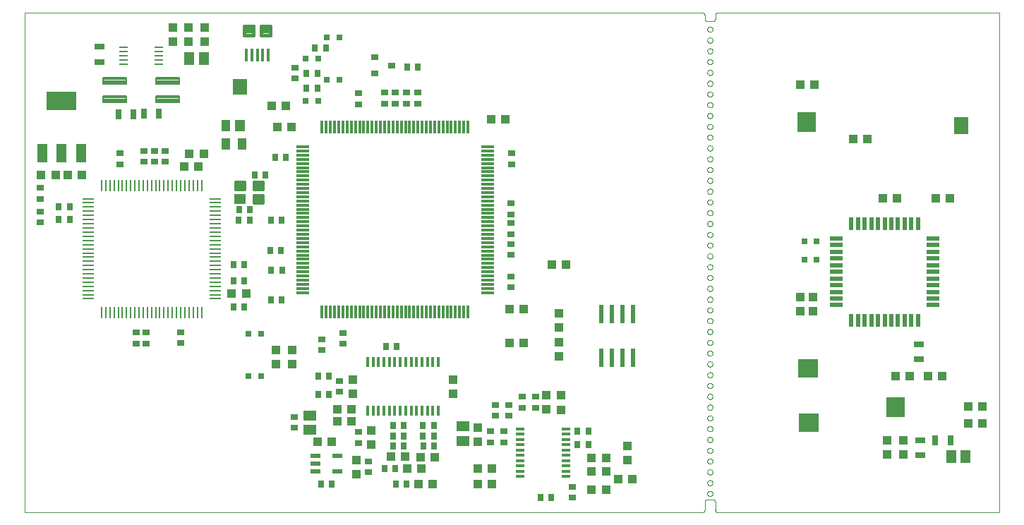
<source format=gtp>
G75*
%MOIN*%
%OFA0B0*%
%FSLAX25Y25*%
%IPPOS*%
%LPD*%
%AMOC8*
5,1,8,0,0,1.08239X$1,22.5*
%
%ADD10C,0.00000*%
%ADD11R,0.05906X0.01969*%
%ADD12R,0.01969X0.05906*%
%ADD13R,0.05800X0.01100*%
%ADD14R,0.01100X0.05800*%
%ADD15R,0.06299X0.01181*%
%ADD16R,0.01181X0.06299*%
%ADD17R,0.03937X0.01575*%
%ADD18R,0.01378X0.04724*%
%ADD19R,0.03937X0.01102*%
%ADD20C,0.00787*%
%ADD21R,0.04331X0.03937*%
%ADD22R,0.03543X0.02756*%
%ADD23R,0.02756X0.03543*%
%ADD24R,0.03937X0.05669*%
%ADD25R,0.04724X0.05669*%
%ADD26R,0.03150X0.04724*%
%ADD27R,0.04724X0.03150*%
%ADD28R,0.04800X0.08800*%
%ADD29R,0.14173X0.08661*%
%ADD30R,0.02400X0.08700*%
%ADD31R,0.05118X0.05906*%
%ADD32R,0.03937X0.04331*%
%ADD33R,0.06800X0.07700*%
%ADD34R,0.03150X0.03150*%
%ADD35R,0.05906X0.05118*%
%ADD36R,0.04724X0.02165*%
%ADD37R,0.05000X0.02500*%
%ADD38R,0.09000X0.09600*%
%ADD39R,0.02500X0.05000*%
%ADD40R,0.09600X0.09000*%
%ADD41R,0.01496X0.05984*%
%ADD42C,0.01800*%
%ADD43R,0.06700X0.07900*%
%ADD44C,0.00945*%
%ADD45R,0.05512X0.04724*%
%ADD46R,0.03500X0.03100*%
D10*
X0032581Y0039566D02*
X0032581Y0275733D01*
X0352900Y0275733D01*
X0352963Y0275728D01*
X0353026Y0275719D01*
X0353088Y0275707D01*
X0353150Y0275690D01*
X0353210Y0275670D01*
X0353269Y0275647D01*
X0353326Y0275620D01*
X0353382Y0275589D01*
X0353436Y0275556D01*
X0353488Y0275519D01*
X0353537Y0275479D01*
X0353584Y0275436D01*
X0353628Y0275390D01*
X0353669Y0275342D01*
X0353707Y0275291D01*
X0353742Y0275238D01*
X0353774Y0275183D01*
X0353803Y0275127D01*
X0353828Y0275068D01*
X0353849Y0275009D01*
X0353867Y0274948D01*
X0353881Y0274886D01*
X0353892Y0274823D01*
X0353898Y0274760D01*
X0353901Y0274696D01*
X0353900Y0274633D01*
X0353900Y0272633D01*
X0353902Y0272573D01*
X0353907Y0272512D01*
X0353916Y0272453D01*
X0353929Y0272394D01*
X0353945Y0272335D01*
X0353965Y0272278D01*
X0353988Y0272223D01*
X0354015Y0272168D01*
X0354044Y0272116D01*
X0354077Y0272065D01*
X0354113Y0272016D01*
X0354151Y0271970D01*
X0354193Y0271926D01*
X0354237Y0271884D01*
X0354283Y0271846D01*
X0354332Y0271810D01*
X0354383Y0271777D01*
X0354435Y0271748D01*
X0354490Y0271721D01*
X0354545Y0271698D01*
X0354602Y0271678D01*
X0354661Y0271662D01*
X0354720Y0271649D01*
X0354779Y0271640D01*
X0354840Y0271635D01*
X0354900Y0271633D01*
X0357900Y0271633D01*
X0357960Y0271635D01*
X0358021Y0271640D01*
X0358080Y0271649D01*
X0358139Y0271662D01*
X0358198Y0271678D01*
X0358255Y0271698D01*
X0358310Y0271721D01*
X0358365Y0271748D01*
X0358417Y0271777D01*
X0358468Y0271810D01*
X0358517Y0271846D01*
X0358563Y0271884D01*
X0358607Y0271926D01*
X0358649Y0271970D01*
X0358687Y0272016D01*
X0358723Y0272065D01*
X0358756Y0272116D01*
X0358785Y0272168D01*
X0358812Y0272223D01*
X0358835Y0272278D01*
X0358855Y0272335D01*
X0358871Y0272394D01*
X0358884Y0272453D01*
X0358893Y0272512D01*
X0358898Y0272573D01*
X0358900Y0272633D01*
X0358900Y0274633D01*
X0358900Y0274634D02*
X0358904Y0274699D01*
X0358911Y0274764D01*
X0358922Y0274829D01*
X0358937Y0274893D01*
X0358955Y0274956D01*
X0358977Y0275018D01*
X0359003Y0275078D01*
X0359032Y0275137D01*
X0359065Y0275194D01*
X0359100Y0275248D01*
X0359139Y0275301D01*
X0359181Y0275352D01*
X0359226Y0275400D01*
X0359273Y0275445D01*
X0359323Y0275487D01*
X0359376Y0275527D01*
X0359430Y0275563D01*
X0359487Y0275596D01*
X0359545Y0275626D01*
X0359605Y0275652D01*
X0359667Y0275675D01*
X0359730Y0275694D01*
X0359793Y0275709D01*
X0359858Y0275721D01*
X0359923Y0275729D01*
X0359988Y0275733D01*
X0360054Y0275734D01*
X0360054Y0275733D02*
X0493211Y0275733D01*
X0493211Y0039566D01*
X0359967Y0039566D01*
X0359967Y0039567D02*
X0359899Y0039581D01*
X0359831Y0039600D01*
X0359764Y0039622D01*
X0359699Y0039647D01*
X0359635Y0039676D01*
X0359572Y0039708D01*
X0359512Y0039744D01*
X0359453Y0039782D01*
X0359397Y0039823D01*
X0359342Y0039868D01*
X0359290Y0039915D01*
X0359241Y0039965D01*
X0359194Y0040017D01*
X0359150Y0040072D01*
X0359109Y0040129D01*
X0359071Y0040188D01*
X0359037Y0040249D01*
X0359005Y0040311D01*
X0358977Y0040376D01*
X0358952Y0040441D01*
X0358931Y0040508D01*
X0358913Y0040576D01*
X0358898Y0040645D01*
X0358888Y0040714D01*
X0358881Y0040784D01*
X0358877Y0040854D01*
X0358878Y0040924D01*
X0358882Y0040994D01*
X0358889Y0041064D01*
X0358901Y0041133D01*
X0358900Y0041133D02*
X0358900Y0044633D01*
X0358885Y0044700D01*
X0358866Y0044767D01*
X0358843Y0044832D01*
X0358817Y0044896D01*
X0358788Y0044958D01*
X0358755Y0045019D01*
X0358719Y0045078D01*
X0358680Y0045135D01*
X0358637Y0045190D01*
X0358592Y0045242D01*
X0358544Y0045292D01*
X0358494Y0045339D01*
X0358441Y0045383D01*
X0358386Y0045424D01*
X0358328Y0045463D01*
X0358269Y0045498D01*
X0358208Y0045530D01*
X0358145Y0045558D01*
X0358080Y0045583D01*
X0358015Y0045605D01*
X0357948Y0045623D01*
X0357880Y0045637D01*
X0357812Y0045648D01*
X0357744Y0045655D01*
X0357675Y0045658D01*
X0357606Y0045657D01*
X0357537Y0045653D01*
X0357468Y0045645D01*
X0357400Y0045633D01*
X0355400Y0045633D01*
X0355332Y0045645D01*
X0355263Y0045653D01*
X0355194Y0045657D01*
X0355125Y0045658D01*
X0355056Y0045655D01*
X0354988Y0045648D01*
X0354920Y0045637D01*
X0354852Y0045623D01*
X0354785Y0045605D01*
X0354720Y0045583D01*
X0354655Y0045558D01*
X0354592Y0045530D01*
X0354531Y0045498D01*
X0354472Y0045463D01*
X0354414Y0045424D01*
X0354359Y0045383D01*
X0354306Y0045339D01*
X0354256Y0045292D01*
X0354208Y0045242D01*
X0354163Y0045190D01*
X0354120Y0045135D01*
X0354081Y0045078D01*
X0354045Y0045019D01*
X0354012Y0044958D01*
X0353983Y0044896D01*
X0353957Y0044832D01*
X0353934Y0044767D01*
X0353915Y0044700D01*
X0353900Y0044633D01*
X0353900Y0041133D01*
X0353912Y0041065D01*
X0353920Y0040996D01*
X0353924Y0040927D01*
X0353925Y0040858D01*
X0353922Y0040789D01*
X0353915Y0040721D01*
X0353904Y0040653D01*
X0353890Y0040585D01*
X0353872Y0040518D01*
X0353850Y0040453D01*
X0353825Y0040388D01*
X0353797Y0040325D01*
X0353765Y0040264D01*
X0353730Y0040205D01*
X0353691Y0040147D01*
X0353650Y0040092D01*
X0353606Y0040039D01*
X0353559Y0039989D01*
X0353509Y0039941D01*
X0353457Y0039896D01*
X0353402Y0039853D01*
X0353345Y0039814D01*
X0353286Y0039778D01*
X0353225Y0039745D01*
X0353163Y0039716D01*
X0353099Y0039690D01*
X0353034Y0039667D01*
X0352967Y0039648D01*
X0352900Y0039633D01*
X0032581Y0039566D01*
X0355150Y0048483D02*
X0355152Y0048553D01*
X0355158Y0048623D01*
X0355168Y0048692D01*
X0355181Y0048761D01*
X0355199Y0048829D01*
X0355220Y0048896D01*
X0355245Y0048961D01*
X0355274Y0049025D01*
X0355306Y0049088D01*
X0355342Y0049148D01*
X0355381Y0049206D01*
X0355423Y0049262D01*
X0355468Y0049316D01*
X0355516Y0049367D01*
X0355567Y0049415D01*
X0355621Y0049460D01*
X0355677Y0049502D01*
X0355735Y0049541D01*
X0355795Y0049577D01*
X0355858Y0049609D01*
X0355922Y0049638D01*
X0355987Y0049663D01*
X0356054Y0049684D01*
X0356122Y0049702D01*
X0356191Y0049715D01*
X0356260Y0049725D01*
X0356330Y0049731D01*
X0356400Y0049733D01*
X0356470Y0049731D01*
X0356540Y0049725D01*
X0356609Y0049715D01*
X0356678Y0049702D01*
X0356746Y0049684D01*
X0356813Y0049663D01*
X0356878Y0049638D01*
X0356942Y0049609D01*
X0357005Y0049577D01*
X0357065Y0049541D01*
X0357123Y0049502D01*
X0357179Y0049460D01*
X0357233Y0049415D01*
X0357284Y0049367D01*
X0357332Y0049316D01*
X0357377Y0049262D01*
X0357419Y0049206D01*
X0357458Y0049148D01*
X0357494Y0049088D01*
X0357526Y0049025D01*
X0357555Y0048961D01*
X0357580Y0048896D01*
X0357601Y0048829D01*
X0357619Y0048761D01*
X0357632Y0048692D01*
X0357642Y0048623D01*
X0357648Y0048553D01*
X0357650Y0048483D01*
X0357648Y0048413D01*
X0357642Y0048343D01*
X0357632Y0048274D01*
X0357619Y0048205D01*
X0357601Y0048137D01*
X0357580Y0048070D01*
X0357555Y0048005D01*
X0357526Y0047941D01*
X0357494Y0047878D01*
X0357458Y0047818D01*
X0357419Y0047760D01*
X0357377Y0047704D01*
X0357332Y0047650D01*
X0357284Y0047599D01*
X0357233Y0047551D01*
X0357179Y0047506D01*
X0357123Y0047464D01*
X0357065Y0047425D01*
X0357005Y0047389D01*
X0356942Y0047357D01*
X0356878Y0047328D01*
X0356813Y0047303D01*
X0356746Y0047282D01*
X0356678Y0047264D01*
X0356609Y0047251D01*
X0356540Y0047241D01*
X0356470Y0047235D01*
X0356400Y0047233D01*
X0356330Y0047235D01*
X0356260Y0047241D01*
X0356191Y0047251D01*
X0356122Y0047264D01*
X0356054Y0047282D01*
X0355987Y0047303D01*
X0355922Y0047328D01*
X0355858Y0047357D01*
X0355795Y0047389D01*
X0355735Y0047425D01*
X0355677Y0047464D01*
X0355621Y0047506D01*
X0355567Y0047551D01*
X0355516Y0047599D01*
X0355468Y0047650D01*
X0355423Y0047704D01*
X0355381Y0047760D01*
X0355342Y0047818D01*
X0355306Y0047878D01*
X0355274Y0047941D01*
X0355245Y0048005D01*
X0355220Y0048070D01*
X0355199Y0048137D01*
X0355181Y0048205D01*
X0355168Y0048274D01*
X0355158Y0048343D01*
X0355152Y0048413D01*
X0355150Y0048483D01*
X0355150Y0053583D02*
X0355152Y0053653D01*
X0355158Y0053723D01*
X0355168Y0053792D01*
X0355181Y0053861D01*
X0355199Y0053929D01*
X0355220Y0053996D01*
X0355245Y0054061D01*
X0355274Y0054125D01*
X0355306Y0054188D01*
X0355342Y0054248D01*
X0355381Y0054306D01*
X0355423Y0054362D01*
X0355468Y0054416D01*
X0355516Y0054467D01*
X0355567Y0054515D01*
X0355621Y0054560D01*
X0355677Y0054602D01*
X0355735Y0054641D01*
X0355795Y0054677D01*
X0355858Y0054709D01*
X0355922Y0054738D01*
X0355987Y0054763D01*
X0356054Y0054784D01*
X0356122Y0054802D01*
X0356191Y0054815D01*
X0356260Y0054825D01*
X0356330Y0054831D01*
X0356400Y0054833D01*
X0356470Y0054831D01*
X0356540Y0054825D01*
X0356609Y0054815D01*
X0356678Y0054802D01*
X0356746Y0054784D01*
X0356813Y0054763D01*
X0356878Y0054738D01*
X0356942Y0054709D01*
X0357005Y0054677D01*
X0357065Y0054641D01*
X0357123Y0054602D01*
X0357179Y0054560D01*
X0357233Y0054515D01*
X0357284Y0054467D01*
X0357332Y0054416D01*
X0357377Y0054362D01*
X0357419Y0054306D01*
X0357458Y0054248D01*
X0357494Y0054188D01*
X0357526Y0054125D01*
X0357555Y0054061D01*
X0357580Y0053996D01*
X0357601Y0053929D01*
X0357619Y0053861D01*
X0357632Y0053792D01*
X0357642Y0053723D01*
X0357648Y0053653D01*
X0357650Y0053583D01*
X0357648Y0053513D01*
X0357642Y0053443D01*
X0357632Y0053374D01*
X0357619Y0053305D01*
X0357601Y0053237D01*
X0357580Y0053170D01*
X0357555Y0053105D01*
X0357526Y0053041D01*
X0357494Y0052978D01*
X0357458Y0052918D01*
X0357419Y0052860D01*
X0357377Y0052804D01*
X0357332Y0052750D01*
X0357284Y0052699D01*
X0357233Y0052651D01*
X0357179Y0052606D01*
X0357123Y0052564D01*
X0357065Y0052525D01*
X0357005Y0052489D01*
X0356942Y0052457D01*
X0356878Y0052428D01*
X0356813Y0052403D01*
X0356746Y0052382D01*
X0356678Y0052364D01*
X0356609Y0052351D01*
X0356540Y0052341D01*
X0356470Y0052335D01*
X0356400Y0052333D01*
X0356330Y0052335D01*
X0356260Y0052341D01*
X0356191Y0052351D01*
X0356122Y0052364D01*
X0356054Y0052382D01*
X0355987Y0052403D01*
X0355922Y0052428D01*
X0355858Y0052457D01*
X0355795Y0052489D01*
X0355735Y0052525D01*
X0355677Y0052564D01*
X0355621Y0052606D01*
X0355567Y0052651D01*
X0355516Y0052699D01*
X0355468Y0052750D01*
X0355423Y0052804D01*
X0355381Y0052860D01*
X0355342Y0052918D01*
X0355306Y0052978D01*
X0355274Y0053041D01*
X0355245Y0053105D01*
X0355220Y0053170D01*
X0355199Y0053237D01*
X0355181Y0053305D01*
X0355168Y0053374D01*
X0355158Y0053443D01*
X0355152Y0053513D01*
X0355150Y0053583D01*
X0355150Y0058683D02*
X0355152Y0058753D01*
X0355158Y0058823D01*
X0355168Y0058892D01*
X0355181Y0058961D01*
X0355199Y0059029D01*
X0355220Y0059096D01*
X0355245Y0059161D01*
X0355274Y0059225D01*
X0355306Y0059288D01*
X0355342Y0059348D01*
X0355381Y0059406D01*
X0355423Y0059462D01*
X0355468Y0059516D01*
X0355516Y0059567D01*
X0355567Y0059615D01*
X0355621Y0059660D01*
X0355677Y0059702D01*
X0355735Y0059741D01*
X0355795Y0059777D01*
X0355858Y0059809D01*
X0355922Y0059838D01*
X0355987Y0059863D01*
X0356054Y0059884D01*
X0356122Y0059902D01*
X0356191Y0059915D01*
X0356260Y0059925D01*
X0356330Y0059931D01*
X0356400Y0059933D01*
X0356470Y0059931D01*
X0356540Y0059925D01*
X0356609Y0059915D01*
X0356678Y0059902D01*
X0356746Y0059884D01*
X0356813Y0059863D01*
X0356878Y0059838D01*
X0356942Y0059809D01*
X0357005Y0059777D01*
X0357065Y0059741D01*
X0357123Y0059702D01*
X0357179Y0059660D01*
X0357233Y0059615D01*
X0357284Y0059567D01*
X0357332Y0059516D01*
X0357377Y0059462D01*
X0357419Y0059406D01*
X0357458Y0059348D01*
X0357494Y0059288D01*
X0357526Y0059225D01*
X0357555Y0059161D01*
X0357580Y0059096D01*
X0357601Y0059029D01*
X0357619Y0058961D01*
X0357632Y0058892D01*
X0357642Y0058823D01*
X0357648Y0058753D01*
X0357650Y0058683D01*
X0357648Y0058613D01*
X0357642Y0058543D01*
X0357632Y0058474D01*
X0357619Y0058405D01*
X0357601Y0058337D01*
X0357580Y0058270D01*
X0357555Y0058205D01*
X0357526Y0058141D01*
X0357494Y0058078D01*
X0357458Y0058018D01*
X0357419Y0057960D01*
X0357377Y0057904D01*
X0357332Y0057850D01*
X0357284Y0057799D01*
X0357233Y0057751D01*
X0357179Y0057706D01*
X0357123Y0057664D01*
X0357065Y0057625D01*
X0357005Y0057589D01*
X0356942Y0057557D01*
X0356878Y0057528D01*
X0356813Y0057503D01*
X0356746Y0057482D01*
X0356678Y0057464D01*
X0356609Y0057451D01*
X0356540Y0057441D01*
X0356470Y0057435D01*
X0356400Y0057433D01*
X0356330Y0057435D01*
X0356260Y0057441D01*
X0356191Y0057451D01*
X0356122Y0057464D01*
X0356054Y0057482D01*
X0355987Y0057503D01*
X0355922Y0057528D01*
X0355858Y0057557D01*
X0355795Y0057589D01*
X0355735Y0057625D01*
X0355677Y0057664D01*
X0355621Y0057706D01*
X0355567Y0057751D01*
X0355516Y0057799D01*
X0355468Y0057850D01*
X0355423Y0057904D01*
X0355381Y0057960D01*
X0355342Y0058018D01*
X0355306Y0058078D01*
X0355274Y0058141D01*
X0355245Y0058205D01*
X0355220Y0058270D01*
X0355199Y0058337D01*
X0355181Y0058405D01*
X0355168Y0058474D01*
X0355158Y0058543D01*
X0355152Y0058613D01*
X0355150Y0058683D01*
X0355150Y0063783D02*
X0355152Y0063853D01*
X0355158Y0063923D01*
X0355168Y0063992D01*
X0355181Y0064061D01*
X0355199Y0064129D01*
X0355220Y0064196D01*
X0355245Y0064261D01*
X0355274Y0064325D01*
X0355306Y0064388D01*
X0355342Y0064448D01*
X0355381Y0064506D01*
X0355423Y0064562D01*
X0355468Y0064616D01*
X0355516Y0064667D01*
X0355567Y0064715D01*
X0355621Y0064760D01*
X0355677Y0064802D01*
X0355735Y0064841D01*
X0355795Y0064877D01*
X0355858Y0064909D01*
X0355922Y0064938D01*
X0355987Y0064963D01*
X0356054Y0064984D01*
X0356122Y0065002D01*
X0356191Y0065015D01*
X0356260Y0065025D01*
X0356330Y0065031D01*
X0356400Y0065033D01*
X0356470Y0065031D01*
X0356540Y0065025D01*
X0356609Y0065015D01*
X0356678Y0065002D01*
X0356746Y0064984D01*
X0356813Y0064963D01*
X0356878Y0064938D01*
X0356942Y0064909D01*
X0357005Y0064877D01*
X0357065Y0064841D01*
X0357123Y0064802D01*
X0357179Y0064760D01*
X0357233Y0064715D01*
X0357284Y0064667D01*
X0357332Y0064616D01*
X0357377Y0064562D01*
X0357419Y0064506D01*
X0357458Y0064448D01*
X0357494Y0064388D01*
X0357526Y0064325D01*
X0357555Y0064261D01*
X0357580Y0064196D01*
X0357601Y0064129D01*
X0357619Y0064061D01*
X0357632Y0063992D01*
X0357642Y0063923D01*
X0357648Y0063853D01*
X0357650Y0063783D01*
X0357648Y0063713D01*
X0357642Y0063643D01*
X0357632Y0063574D01*
X0357619Y0063505D01*
X0357601Y0063437D01*
X0357580Y0063370D01*
X0357555Y0063305D01*
X0357526Y0063241D01*
X0357494Y0063178D01*
X0357458Y0063118D01*
X0357419Y0063060D01*
X0357377Y0063004D01*
X0357332Y0062950D01*
X0357284Y0062899D01*
X0357233Y0062851D01*
X0357179Y0062806D01*
X0357123Y0062764D01*
X0357065Y0062725D01*
X0357005Y0062689D01*
X0356942Y0062657D01*
X0356878Y0062628D01*
X0356813Y0062603D01*
X0356746Y0062582D01*
X0356678Y0062564D01*
X0356609Y0062551D01*
X0356540Y0062541D01*
X0356470Y0062535D01*
X0356400Y0062533D01*
X0356330Y0062535D01*
X0356260Y0062541D01*
X0356191Y0062551D01*
X0356122Y0062564D01*
X0356054Y0062582D01*
X0355987Y0062603D01*
X0355922Y0062628D01*
X0355858Y0062657D01*
X0355795Y0062689D01*
X0355735Y0062725D01*
X0355677Y0062764D01*
X0355621Y0062806D01*
X0355567Y0062851D01*
X0355516Y0062899D01*
X0355468Y0062950D01*
X0355423Y0063004D01*
X0355381Y0063060D01*
X0355342Y0063118D01*
X0355306Y0063178D01*
X0355274Y0063241D01*
X0355245Y0063305D01*
X0355220Y0063370D01*
X0355199Y0063437D01*
X0355181Y0063505D01*
X0355168Y0063574D01*
X0355158Y0063643D01*
X0355152Y0063713D01*
X0355150Y0063783D01*
X0355150Y0068883D02*
X0355152Y0068953D01*
X0355158Y0069023D01*
X0355168Y0069092D01*
X0355181Y0069161D01*
X0355199Y0069229D01*
X0355220Y0069296D01*
X0355245Y0069361D01*
X0355274Y0069425D01*
X0355306Y0069488D01*
X0355342Y0069548D01*
X0355381Y0069606D01*
X0355423Y0069662D01*
X0355468Y0069716D01*
X0355516Y0069767D01*
X0355567Y0069815D01*
X0355621Y0069860D01*
X0355677Y0069902D01*
X0355735Y0069941D01*
X0355795Y0069977D01*
X0355858Y0070009D01*
X0355922Y0070038D01*
X0355987Y0070063D01*
X0356054Y0070084D01*
X0356122Y0070102D01*
X0356191Y0070115D01*
X0356260Y0070125D01*
X0356330Y0070131D01*
X0356400Y0070133D01*
X0356470Y0070131D01*
X0356540Y0070125D01*
X0356609Y0070115D01*
X0356678Y0070102D01*
X0356746Y0070084D01*
X0356813Y0070063D01*
X0356878Y0070038D01*
X0356942Y0070009D01*
X0357005Y0069977D01*
X0357065Y0069941D01*
X0357123Y0069902D01*
X0357179Y0069860D01*
X0357233Y0069815D01*
X0357284Y0069767D01*
X0357332Y0069716D01*
X0357377Y0069662D01*
X0357419Y0069606D01*
X0357458Y0069548D01*
X0357494Y0069488D01*
X0357526Y0069425D01*
X0357555Y0069361D01*
X0357580Y0069296D01*
X0357601Y0069229D01*
X0357619Y0069161D01*
X0357632Y0069092D01*
X0357642Y0069023D01*
X0357648Y0068953D01*
X0357650Y0068883D01*
X0357648Y0068813D01*
X0357642Y0068743D01*
X0357632Y0068674D01*
X0357619Y0068605D01*
X0357601Y0068537D01*
X0357580Y0068470D01*
X0357555Y0068405D01*
X0357526Y0068341D01*
X0357494Y0068278D01*
X0357458Y0068218D01*
X0357419Y0068160D01*
X0357377Y0068104D01*
X0357332Y0068050D01*
X0357284Y0067999D01*
X0357233Y0067951D01*
X0357179Y0067906D01*
X0357123Y0067864D01*
X0357065Y0067825D01*
X0357005Y0067789D01*
X0356942Y0067757D01*
X0356878Y0067728D01*
X0356813Y0067703D01*
X0356746Y0067682D01*
X0356678Y0067664D01*
X0356609Y0067651D01*
X0356540Y0067641D01*
X0356470Y0067635D01*
X0356400Y0067633D01*
X0356330Y0067635D01*
X0356260Y0067641D01*
X0356191Y0067651D01*
X0356122Y0067664D01*
X0356054Y0067682D01*
X0355987Y0067703D01*
X0355922Y0067728D01*
X0355858Y0067757D01*
X0355795Y0067789D01*
X0355735Y0067825D01*
X0355677Y0067864D01*
X0355621Y0067906D01*
X0355567Y0067951D01*
X0355516Y0067999D01*
X0355468Y0068050D01*
X0355423Y0068104D01*
X0355381Y0068160D01*
X0355342Y0068218D01*
X0355306Y0068278D01*
X0355274Y0068341D01*
X0355245Y0068405D01*
X0355220Y0068470D01*
X0355199Y0068537D01*
X0355181Y0068605D01*
X0355168Y0068674D01*
X0355158Y0068743D01*
X0355152Y0068813D01*
X0355150Y0068883D01*
X0355150Y0073983D02*
X0355152Y0074053D01*
X0355158Y0074123D01*
X0355168Y0074192D01*
X0355181Y0074261D01*
X0355199Y0074329D01*
X0355220Y0074396D01*
X0355245Y0074461D01*
X0355274Y0074525D01*
X0355306Y0074588D01*
X0355342Y0074648D01*
X0355381Y0074706D01*
X0355423Y0074762D01*
X0355468Y0074816D01*
X0355516Y0074867D01*
X0355567Y0074915D01*
X0355621Y0074960D01*
X0355677Y0075002D01*
X0355735Y0075041D01*
X0355795Y0075077D01*
X0355858Y0075109D01*
X0355922Y0075138D01*
X0355987Y0075163D01*
X0356054Y0075184D01*
X0356122Y0075202D01*
X0356191Y0075215D01*
X0356260Y0075225D01*
X0356330Y0075231D01*
X0356400Y0075233D01*
X0356470Y0075231D01*
X0356540Y0075225D01*
X0356609Y0075215D01*
X0356678Y0075202D01*
X0356746Y0075184D01*
X0356813Y0075163D01*
X0356878Y0075138D01*
X0356942Y0075109D01*
X0357005Y0075077D01*
X0357065Y0075041D01*
X0357123Y0075002D01*
X0357179Y0074960D01*
X0357233Y0074915D01*
X0357284Y0074867D01*
X0357332Y0074816D01*
X0357377Y0074762D01*
X0357419Y0074706D01*
X0357458Y0074648D01*
X0357494Y0074588D01*
X0357526Y0074525D01*
X0357555Y0074461D01*
X0357580Y0074396D01*
X0357601Y0074329D01*
X0357619Y0074261D01*
X0357632Y0074192D01*
X0357642Y0074123D01*
X0357648Y0074053D01*
X0357650Y0073983D01*
X0357648Y0073913D01*
X0357642Y0073843D01*
X0357632Y0073774D01*
X0357619Y0073705D01*
X0357601Y0073637D01*
X0357580Y0073570D01*
X0357555Y0073505D01*
X0357526Y0073441D01*
X0357494Y0073378D01*
X0357458Y0073318D01*
X0357419Y0073260D01*
X0357377Y0073204D01*
X0357332Y0073150D01*
X0357284Y0073099D01*
X0357233Y0073051D01*
X0357179Y0073006D01*
X0357123Y0072964D01*
X0357065Y0072925D01*
X0357005Y0072889D01*
X0356942Y0072857D01*
X0356878Y0072828D01*
X0356813Y0072803D01*
X0356746Y0072782D01*
X0356678Y0072764D01*
X0356609Y0072751D01*
X0356540Y0072741D01*
X0356470Y0072735D01*
X0356400Y0072733D01*
X0356330Y0072735D01*
X0356260Y0072741D01*
X0356191Y0072751D01*
X0356122Y0072764D01*
X0356054Y0072782D01*
X0355987Y0072803D01*
X0355922Y0072828D01*
X0355858Y0072857D01*
X0355795Y0072889D01*
X0355735Y0072925D01*
X0355677Y0072964D01*
X0355621Y0073006D01*
X0355567Y0073051D01*
X0355516Y0073099D01*
X0355468Y0073150D01*
X0355423Y0073204D01*
X0355381Y0073260D01*
X0355342Y0073318D01*
X0355306Y0073378D01*
X0355274Y0073441D01*
X0355245Y0073505D01*
X0355220Y0073570D01*
X0355199Y0073637D01*
X0355181Y0073705D01*
X0355168Y0073774D01*
X0355158Y0073843D01*
X0355152Y0073913D01*
X0355150Y0073983D01*
X0355150Y0079083D02*
X0355152Y0079153D01*
X0355158Y0079223D01*
X0355168Y0079292D01*
X0355181Y0079361D01*
X0355199Y0079429D01*
X0355220Y0079496D01*
X0355245Y0079561D01*
X0355274Y0079625D01*
X0355306Y0079688D01*
X0355342Y0079748D01*
X0355381Y0079806D01*
X0355423Y0079862D01*
X0355468Y0079916D01*
X0355516Y0079967D01*
X0355567Y0080015D01*
X0355621Y0080060D01*
X0355677Y0080102D01*
X0355735Y0080141D01*
X0355795Y0080177D01*
X0355858Y0080209D01*
X0355922Y0080238D01*
X0355987Y0080263D01*
X0356054Y0080284D01*
X0356122Y0080302D01*
X0356191Y0080315D01*
X0356260Y0080325D01*
X0356330Y0080331D01*
X0356400Y0080333D01*
X0356470Y0080331D01*
X0356540Y0080325D01*
X0356609Y0080315D01*
X0356678Y0080302D01*
X0356746Y0080284D01*
X0356813Y0080263D01*
X0356878Y0080238D01*
X0356942Y0080209D01*
X0357005Y0080177D01*
X0357065Y0080141D01*
X0357123Y0080102D01*
X0357179Y0080060D01*
X0357233Y0080015D01*
X0357284Y0079967D01*
X0357332Y0079916D01*
X0357377Y0079862D01*
X0357419Y0079806D01*
X0357458Y0079748D01*
X0357494Y0079688D01*
X0357526Y0079625D01*
X0357555Y0079561D01*
X0357580Y0079496D01*
X0357601Y0079429D01*
X0357619Y0079361D01*
X0357632Y0079292D01*
X0357642Y0079223D01*
X0357648Y0079153D01*
X0357650Y0079083D01*
X0357648Y0079013D01*
X0357642Y0078943D01*
X0357632Y0078874D01*
X0357619Y0078805D01*
X0357601Y0078737D01*
X0357580Y0078670D01*
X0357555Y0078605D01*
X0357526Y0078541D01*
X0357494Y0078478D01*
X0357458Y0078418D01*
X0357419Y0078360D01*
X0357377Y0078304D01*
X0357332Y0078250D01*
X0357284Y0078199D01*
X0357233Y0078151D01*
X0357179Y0078106D01*
X0357123Y0078064D01*
X0357065Y0078025D01*
X0357005Y0077989D01*
X0356942Y0077957D01*
X0356878Y0077928D01*
X0356813Y0077903D01*
X0356746Y0077882D01*
X0356678Y0077864D01*
X0356609Y0077851D01*
X0356540Y0077841D01*
X0356470Y0077835D01*
X0356400Y0077833D01*
X0356330Y0077835D01*
X0356260Y0077841D01*
X0356191Y0077851D01*
X0356122Y0077864D01*
X0356054Y0077882D01*
X0355987Y0077903D01*
X0355922Y0077928D01*
X0355858Y0077957D01*
X0355795Y0077989D01*
X0355735Y0078025D01*
X0355677Y0078064D01*
X0355621Y0078106D01*
X0355567Y0078151D01*
X0355516Y0078199D01*
X0355468Y0078250D01*
X0355423Y0078304D01*
X0355381Y0078360D01*
X0355342Y0078418D01*
X0355306Y0078478D01*
X0355274Y0078541D01*
X0355245Y0078605D01*
X0355220Y0078670D01*
X0355199Y0078737D01*
X0355181Y0078805D01*
X0355168Y0078874D01*
X0355158Y0078943D01*
X0355152Y0079013D01*
X0355150Y0079083D01*
X0355150Y0084183D02*
X0355152Y0084253D01*
X0355158Y0084323D01*
X0355168Y0084392D01*
X0355181Y0084461D01*
X0355199Y0084529D01*
X0355220Y0084596D01*
X0355245Y0084661D01*
X0355274Y0084725D01*
X0355306Y0084788D01*
X0355342Y0084848D01*
X0355381Y0084906D01*
X0355423Y0084962D01*
X0355468Y0085016D01*
X0355516Y0085067D01*
X0355567Y0085115D01*
X0355621Y0085160D01*
X0355677Y0085202D01*
X0355735Y0085241D01*
X0355795Y0085277D01*
X0355858Y0085309D01*
X0355922Y0085338D01*
X0355987Y0085363D01*
X0356054Y0085384D01*
X0356122Y0085402D01*
X0356191Y0085415D01*
X0356260Y0085425D01*
X0356330Y0085431D01*
X0356400Y0085433D01*
X0356470Y0085431D01*
X0356540Y0085425D01*
X0356609Y0085415D01*
X0356678Y0085402D01*
X0356746Y0085384D01*
X0356813Y0085363D01*
X0356878Y0085338D01*
X0356942Y0085309D01*
X0357005Y0085277D01*
X0357065Y0085241D01*
X0357123Y0085202D01*
X0357179Y0085160D01*
X0357233Y0085115D01*
X0357284Y0085067D01*
X0357332Y0085016D01*
X0357377Y0084962D01*
X0357419Y0084906D01*
X0357458Y0084848D01*
X0357494Y0084788D01*
X0357526Y0084725D01*
X0357555Y0084661D01*
X0357580Y0084596D01*
X0357601Y0084529D01*
X0357619Y0084461D01*
X0357632Y0084392D01*
X0357642Y0084323D01*
X0357648Y0084253D01*
X0357650Y0084183D01*
X0357648Y0084113D01*
X0357642Y0084043D01*
X0357632Y0083974D01*
X0357619Y0083905D01*
X0357601Y0083837D01*
X0357580Y0083770D01*
X0357555Y0083705D01*
X0357526Y0083641D01*
X0357494Y0083578D01*
X0357458Y0083518D01*
X0357419Y0083460D01*
X0357377Y0083404D01*
X0357332Y0083350D01*
X0357284Y0083299D01*
X0357233Y0083251D01*
X0357179Y0083206D01*
X0357123Y0083164D01*
X0357065Y0083125D01*
X0357005Y0083089D01*
X0356942Y0083057D01*
X0356878Y0083028D01*
X0356813Y0083003D01*
X0356746Y0082982D01*
X0356678Y0082964D01*
X0356609Y0082951D01*
X0356540Y0082941D01*
X0356470Y0082935D01*
X0356400Y0082933D01*
X0356330Y0082935D01*
X0356260Y0082941D01*
X0356191Y0082951D01*
X0356122Y0082964D01*
X0356054Y0082982D01*
X0355987Y0083003D01*
X0355922Y0083028D01*
X0355858Y0083057D01*
X0355795Y0083089D01*
X0355735Y0083125D01*
X0355677Y0083164D01*
X0355621Y0083206D01*
X0355567Y0083251D01*
X0355516Y0083299D01*
X0355468Y0083350D01*
X0355423Y0083404D01*
X0355381Y0083460D01*
X0355342Y0083518D01*
X0355306Y0083578D01*
X0355274Y0083641D01*
X0355245Y0083705D01*
X0355220Y0083770D01*
X0355199Y0083837D01*
X0355181Y0083905D01*
X0355168Y0083974D01*
X0355158Y0084043D01*
X0355152Y0084113D01*
X0355150Y0084183D01*
X0355150Y0089283D02*
X0355152Y0089353D01*
X0355158Y0089423D01*
X0355168Y0089492D01*
X0355181Y0089561D01*
X0355199Y0089629D01*
X0355220Y0089696D01*
X0355245Y0089761D01*
X0355274Y0089825D01*
X0355306Y0089888D01*
X0355342Y0089948D01*
X0355381Y0090006D01*
X0355423Y0090062D01*
X0355468Y0090116D01*
X0355516Y0090167D01*
X0355567Y0090215D01*
X0355621Y0090260D01*
X0355677Y0090302D01*
X0355735Y0090341D01*
X0355795Y0090377D01*
X0355858Y0090409D01*
X0355922Y0090438D01*
X0355987Y0090463D01*
X0356054Y0090484D01*
X0356122Y0090502D01*
X0356191Y0090515D01*
X0356260Y0090525D01*
X0356330Y0090531D01*
X0356400Y0090533D01*
X0356470Y0090531D01*
X0356540Y0090525D01*
X0356609Y0090515D01*
X0356678Y0090502D01*
X0356746Y0090484D01*
X0356813Y0090463D01*
X0356878Y0090438D01*
X0356942Y0090409D01*
X0357005Y0090377D01*
X0357065Y0090341D01*
X0357123Y0090302D01*
X0357179Y0090260D01*
X0357233Y0090215D01*
X0357284Y0090167D01*
X0357332Y0090116D01*
X0357377Y0090062D01*
X0357419Y0090006D01*
X0357458Y0089948D01*
X0357494Y0089888D01*
X0357526Y0089825D01*
X0357555Y0089761D01*
X0357580Y0089696D01*
X0357601Y0089629D01*
X0357619Y0089561D01*
X0357632Y0089492D01*
X0357642Y0089423D01*
X0357648Y0089353D01*
X0357650Y0089283D01*
X0357648Y0089213D01*
X0357642Y0089143D01*
X0357632Y0089074D01*
X0357619Y0089005D01*
X0357601Y0088937D01*
X0357580Y0088870D01*
X0357555Y0088805D01*
X0357526Y0088741D01*
X0357494Y0088678D01*
X0357458Y0088618D01*
X0357419Y0088560D01*
X0357377Y0088504D01*
X0357332Y0088450D01*
X0357284Y0088399D01*
X0357233Y0088351D01*
X0357179Y0088306D01*
X0357123Y0088264D01*
X0357065Y0088225D01*
X0357005Y0088189D01*
X0356942Y0088157D01*
X0356878Y0088128D01*
X0356813Y0088103D01*
X0356746Y0088082D01*
X0356678Y0088064D01*
X0356609Y0088051D01*
X0356540Y0088041D01*
X0356470Y0088035D01*
X0356400Y0088033D01*
X0356330Y0088035D01*
X0356260Y0088041D01*
X0356191Y0088051D01*
X0356122Y0088064D01*
X0356054Y0088082D01*
X0355987Y0088103D01*
X0355922Y0088128D01*
X0355858Y0088157D01*
X0355795Y0088189D01*
X0355735Y0088225D01*
X0355677Y0088264D01*
X0355621Y0088306D01*
X0355567Y0088351D01*
X0355516Y0088399D01*
X0355468Y0088450D01*
X0355423Y0088504D01*
X0355381Y0088560D01*
X0355342Y0088618D01*
X0355306Y0088678D01*
X0355274Y0088741D01*
X0355245Y0088805D01*
X0355220Y0088870D01*
X0355199Y0088937D01*
X0355181Y0089005D01*
X0355168Y0089074D01*
X0355158Y0089143D01*
X0355152Y0089213D01*
X0355150Y0089283D01*
X0355150Y0094383D02*
X0355152Y0094453D01*
X0355158Y0094523D01*
X0355168Y0094592D01*
X0355181Y0094661D01*
X0355199Y0094729D01*
X0355220Y0094796D01*
X0355245Y0094861D01*
X0355274Y0094925D01*
X0355306Y0094988D01*
X0355342Y0095048D01*
X0355381Y0095106D01*
X0355423Y0095162D01*
X0355468Y0095216D01*
X0355516Y0095267D01*
X0355567Y0095315D01*
X0355621Y0095360D01*
X0355677Y0095402D01*
X0355735Y0095441D01*
X0355795Y0095477D01*
X0355858Y0095509D01*
X0355922Y0095538D01*
X0355987Y0095563D01*
X0356054Y0095584D01*
X0356122Y0095602D01*
X0356191Y0095615D01*
X0356260Y0095625D01*
X0356330Y0095631D01*
X0356400Y0095633D01*
X0356470Y0095631D01*
X0356540Y0095625D01*
X0356609Y0095615D01*
X0356678Y0095602D01*
X0356746Y0095584D01*
X0356813Y0095563D01*
X0356878Y0095538D01*
X0356942Y0095509D01*
X0357005Y0095477D01*
X0357065Y0095441D01*
X0357123Y0095402D01*
X0357179Y0095360D01*
X0357233Y0095315D01*
X0357284Y0095267D01*
X0357332Y0095216D01*
X0357377Y0095162D01*
X0357419Y0095106D01*
X0357458Y0095048D01*
X0357494Y0094988D01*
X0357526Y0094925D01*
X0357555Y0094861D01*
X0357580Y0094796D01*
X0357601Y0094729D01*
X0357619Y0094661D01*
X0357632Y0094592D01*
X0357642Y0094523D01*
X0357648Y0094453D01*
X0357650Y0094383D01*
X0357648Y0094313D01*
X0357642Y0094243D01*
X0357632Y0094174D01*
X0357619Y0094105D01*
X0357601Y0094037D01*
X0357580Y0093970D01*
X0357555Y0093905D01*
X0357526Y0093841D01*
X0357494Y0093778D01*
X0357458Y0093718D01*
X0357419Y0093660D01*
X0357377Y0093604D01*
X0357332Y0093550D01*
X0357284Y0093499D01*
X0357233Y0093451D01*
X0357179Y0093406D01*
X0357123Y0093364D01*
X0357065Y0093325D01*
X0357005Y0093289D01*
X0356942Y0093257D01*
X0356878Y0093228D01*
X0356813Y0093203D01*
X0356746Y0093182D01*
X0356678Y0093164D01*
X0356609Y0093151D01*
X0356540Y0093141D01*
X0356470Y0093135D01*
X0356400Y0093133D01*
X0356330Y0093135D01*
X0356260Y0093141D01*
X0356191Y0093151D01*
X0356122Y0093164D01*
X0356054Y0093182D01*
X0355987Y0093203D01*
X0355922Y0093228D01*
X0355858Y0093257D01*
X0355795Y0093289D01*
X0355735Y0093325D01*
X0355677Y0093364D01*
X0355621Y0093406D01*
X0355567Y0093451D01*
X0355516Y0093499D01*
X0355468Y0093550D01*
X0355423Y0093604D01*
X0355381Y0093660D01*
X0355342Y0093718D01*
X0355306Y0093778D01*
X0355274Y0093841D01*
X0355245Y0093905D01*
X0355220Y0093970D01*
X0355199Y0094037D01*
X0355181Y0094105D01*
X0355168Y0094174D01*
X0355158Y0094243D01*
X0355152Y0094313D01*
X0355150Y0094383D01*
X0355150Y0099483D02*
X0355152Y0099553D01*
X0355158Y0099623D01*
X0355168Y0099692D01*
X0355181Y0099761D01*
X0355199Y0099829D01*
X0355220Y0099896D01*
X0355245Y0099961D01*
X0355274Y0100025D01*
X0355306Y0100088D01*
X0355342Y0100148D01*
X0355381Y0100206D01*
X0355423Y0100262D01*
X0355468Y0100316D01*
X0355516Y0100367D01*
X0355567Y0100415D01*
X0355621Y0100460D01*
X0355677Y0100502D01*
X0355735Y0100541D01*
X0355795Y0100577D01*
X0355858Y0100609D01*
X0355922Y0100638D01*
X0355987Y0100663D01*
X0356054Y0100684D01*
X0356122Y0100702D01*
X0356191Y0100715D01*
X0356260Y0100725D01*
X0356330Y0100731D01*
X0356400Y0100733D01*
X0356470Y0100731D01*
X0356540Y0100725D01*
X0356609Y0100715D01*
X0356678Y0100702D01*
X0356746Y0100684D01*
X0356813Y0100663D01*
X0356878Y0100638D01*
X0356942Y0100609D01*
X0357005Y0100577D01*
X0357065Y0100541D01*
X0357123Y0100502D01*
X0357179Y0100460D01*
X0357233Y0100415D01*
X0357284Y0100367D01*
X0357332Y0100316D01*
X0357377Y0100262D01*
X0357419Y0100206D01*
X0357458Y0100148D01*
X0357494Y0100088D01*
X0357526Y0100025D01*
X0357555Y0099961D01*
X0357580Y0099896D01*
X0357601Y0099829D01*
X0357619Y0099761D01*
X0357632Y0099692D01*
X0357642Y0099623D01*
X0357648Y0099553D01*
X0357650Y0099483D01*
X0357648Y0099413D01*
X0357642Y0099343D01*
X0357632Y0099274D01*
X0357619Y0099205D01*
X0357601Y0099137D01*
X0357580Y0099070D01*
X0357555Y0099005D01*
X0357526Y0098941D01*
X0357494Y0098878D01*
X0357458Y0098818D01*
X0357419Y0098760D01*
X0357377Y0098704D01*
X0357332Y0098650D01*
X0357284Y0098599D01*
X0357233Y0098551D01*
X0357179Y0098506D01*
X0357123Y0098464D01*
X0357065Y0098425D01*
X0357005Y0098389D01*
X0356942Y0098357D01*
X0356878Y0098328D01*
X0356813Y0098303D01*
X0356746Y0098282D01*
X0356678Y0098264D01*
X0356609Y0098251D01*
X0356540Y0098241D01*
X0356470Y0098235D01*
X0356400Y0098233D01*
X0356330Y0098235D01*
X0356260Y0098241D01*
X0356191Y0098251D01*
X0356122Y0098264D01*
X0356054Y0098282D01*
X0355987Y0098303D01*
X0355922Y0098328D01*
X0355858Y0098357D01*
X0355795Y0098389D01*
X0355735Y0098425D01*
X0355677Y0098464D01*
X0355621Y0098506D01*
X0355567Y0098551D01*
X0355516Y0098599D01*
X0355468Y0098650D01*
X0355423Y0098704D01*
X0355381Y0098760D01*
X0355342Y0098818D01*
X0355306Y0098878D01*
X0355274Y0098941D01*
X0355245Y0099005D01*
X0355220Y0099070D01*
X0355199Y0099137D01*
X0355181Y0099205D01*
X0355168Y0099274D01*
X0355158Y0099343D01*
X0355152Y0099413D01*
X0355150Y0099483D01*
X0355150Y0104583D02*
X0355152Y0104653D01*
X0355158Y0104723D01*
X0355168Y0104792D01*
X0355181Y0104861D01*
X0355199Y0104929D01*
X0355220Y0104996D01*
X0355245Y0105061D01*
X0355274Y0105125D01*
X0355306Y0105188D01*
X0355342Y0105248D01*
X0355381Y0105306D01*
X0355423Y0105362D01*
X0355468Y0105416D01*
X0355516Y0105467D01*
X0355567Y0105515D01*
X0355621Y0105560D01*
X0355677Y0105602D01*
X0355735Y0105641D01*
X0355795Y0105677D01*
X0355858Y0105709D01*
X0355922Y0105738D01*
X0355987Y0105763D01*
X0356054Y0105784D01*
X0356122Y0105802D01*
X0356191Y0105815D01*
X0356260Y0105825D01*
X0356330Y0105831D01*
X0356400Y0105833D01*
X0356470Y0105831D01*
X0356540Y0105825D01*
X0356609Y0105815D01*
X0356678Y0105802D01*
X0356746Y0105784D01*
X0356813Y0105763D01*
X0356878Y0105738D01*
X0356942Y0105709D01*
X0357005Y0105677D01*
X0357065Y0105641D01*
X0357123Y0105602D01*
X0357179Y0105560D01*
X0357233Y0105515D01*
X0357284Y0105467D01*
X0357332Y0105416D01*
X0357377Y0105362D01*
X0357419Y0105306D01*
X0357458Y0105248D01*
X0357494Y0105188D01*
X0357526Y0105125D01*
X0357555Y0105061D01*
X0357580Y0104996D01*
X0357601Y0104929D01*
X0357619Y0104861D01*
X0357632Y0104792D01*
X0357642Y0104723D01*
X0357648Y0104653D01*
X0357650Y0104583D01*
X0357648Y0104513D01*
X0357642Y0104443D01*
X0357632Y0104374D01*
X0357619Y0104305D01*
X0357601Y0104237D01*
X0357580Y0104170D01*
X0357555Y0104105D01*
X0357526Y0104041D01*
X0357494Y0103978D01*
X0357458Y0103918D01*
X0357419Y0103860D01*
X0357377Y0103804D01*
X0357332Y0103750D01*
X0357284Y0103699D01*
X0357233Y0103651D01*
X0357179Y0103606D01*
X0357123Y0103564D01*
X0357065Y0103525D01*
X0357005Y0103489D01*
X0356942Y0103457D01*
X0356878Y0103428D01*
X0356813Y0103403D01*
X0356746Y0103382D01*
X0356678Y0103364D01*
X0356609Y0103351D01*
X0356540Y0103341D01*
X0356470Y0103335D01*
X0356400Y0103333D01*
X0356330Y0103335D01*
X0356260Y0103341D01*
X0356191Y0103351D01*
X0356122Y0103364D01*
X0356054Y0103382D01*
X0355987Y0103403D01*
X0355922Y0103428D01*
X0355858Y0103457D01*
X0355795Y0103489D01*
X0355735Y0103525D01*
X0355677Y0103564D01*
X0355621Y0103606D01*
X0355567Y0103651D01*
X0355516Y0103699D01*
X0355468Y0103750D01*
X0355423Y0103804D01*
X0355381Y0103860D01*
X0355342Y0103918D01*
X0355306Y0103978D01*
X0355274Y0104041D01*
X0355245Y0104105D01*
X0355220Y0104170D01*
X0355199Y0104237D01*
X0355181Y0104305D01*
X0355168Y0104374D01*
X0355158Y0104443D01*
X0355152Y0104513D01*
X0355150Y0104583D01*
X0355150Y0109683D02*
X0355152Y0109753D01*
X0355158Y0109823D01*
X0355168Y0109892D01*
X0355181Y0109961D01*
X0355199Y0110029D01*
X0355220Y0110096D01*
X0355245Y0110161D01*
X0355274Y0110225D01*
X0355306Y0110288D01*
X0355342Y0110348D01*
X0355381Y0110406D01*
X0355423Y0110462D01*
X0355468Y0110516D01*
X0355516Y0110567D01*
X0355567Y0110615D01*
X0355621Y0110660D01*
X0355677Y0110702D01*
X0355735Y0110741D01*
X0355795Y0110777D01*
X0355858Y0110809D01*
X0355922Y0110838D01*
X0355987Y0110863D01*
X0356054Y0110884D01*
X0356122Y0110902D01*
X0356191Y0110915D01*
X0356260Y0110925D01*
X0356330Y0110931D01*
X0356400Y0110933D01*
X0356470Y0110931D01*
X0356540Y0110925D01*
X0356609Y0110915D01*
X0356678Y0110902D01*
X0356746Y0110884D01*
X0356813Y0110863D01*
X0356878Y0110838D01*
X0356942Y0110809D01*
X0357005Y0110777D01*
X0357065Y0110741D01*
X0357123Y0110702D01*
X0357179Y0110660D01*
X0357233Y0110615D01*
X0357284Y0110567D01*
X0357332Y0110516D01*
X0357377Y0110462D01*
X0357419Y0110406D01*
X0357458Y0110348D01*
X0357494Y0110288D01*
X0357526Y0110225D01*
X0357555Y0110161D01*
X0357580Y0110096D01*
X0357601Y0110029D01*
X0357619Y0109961D01*
X0357632Y0109892D01*
X0357642Y0109823D01*
X0357648Y0109753D01*
X0357650Y0109683D01*
X0357648Y0109613D01*
X0357642Y0109543D01*
X0357632Y0109474D01*
X0357619Y0109405D01*
X0357601Y0109337D01*
X0357580Y0109270D01*
X0357555Y0109205D01*
X0357526Y0109141D01*
X0357494Y0109078D01*
X0357458Y0109018D01*
X0357419Y0108960D01*
X0357377Y0108904D01*
X0357332Y0108850D01*
X0357284Y0108799D01*
X0357233Y0108751D01*
X0357179Y0108706D01*
X0357123Y0108664D01*
X0357065Y0108625D01*
X0357005Y0108589D01*
X0356942Y0108557D01*
X0356878Y0108528D01*
X0356813Y0108503D01*
X0356746Y0108482D01*
X0356678Y0108464D01*
X0356609Y0108451D01*
X0356540Y0108441D01*
X0356470Y0108435D01*
X0356400Y0108433D01*
X0356330Y0108435D01*
X0356260Y0108441D01*
X0356191Y0108451D01*
X0356122Y0108464D01*
X0356054Y0108482D01*
X0355987Y0108503D01*
X0355922Y0108528D01*
X0355858Y0108557D01*
X0355795Y0108589D01*
X0355735Y0108625D01*
X0355677Y0108664D01*
X0355621Y0108706D01*
X0355567Y0108751D01*
X0355516Y0108799D01*
X0355468Y0108850D01*
X0355423Y0108904D01*
X0355381Y0108960D01*
X0355342Y0109018D01*
X0355306Y0109078D01*
X0355274Y0109141D01*
X0355245Y0109205D01*
X0355220Y0109270D01*
X0355199Y0109337D01*
X0355181Y0109405D01*
X0355168Y0109474D01*
X0355158Y0109543D01*
X0355152Y0109613D01*
X0355150Y0109683D01*
X0355150Y0114783D02*
X0355152Y0114853D01*
X0355158Y0114923D01*
X0355168Y0114992D01*
X0355181Y0115061D01*
X0355199Y0115129D01*
X0355220Y0115196D01*
X0355245Y0115261D01*
X0355274Y0115325D01*
X0355306Y0115388D01*
X0355342Y0115448D01*
X0355381Y0115506D01*
X0355423Y0115562D01*
X0355468Y0115616D01*
X0355516Y0115667D01*
X0355567Y0115715D01*
X0355621Y0115760D01*
X0355677Y0115802D01*
X0355735Y0115841D01*
X0355795Y0115877D01*
X0355858Y0115909D01*
X0355922Y0115938D01*
X0355987Y0115963D01*
X0356054Y0115984D01*
X0356122Y0116002D01*
X0356191Y0116015D01*
X0356260Y0116025D01*
X0356330Y0116031D01*
X0356400Y0116033D01*
X0356470Y0116031D01*
X0356540Y0116025D01*
X0356609Y0116015D01*
X0356678Y0116002D01*
X0356746Y0115984D01*
X0356813Y0115963D01*
X0356878Y0115938D01*
X0356942Y0115909D01*
X0357005Y0115877D01*
X0357065Y0115841D01*
X0357123Y0115802D01*
X0357179Y0115760D01*
X0357233Y0115715D01*
X0357284Y0115667D01*
X0357332Y0115616D01*
X0357377Y0115562D01*
X0357419Y0115506D01*
X0357458Y0115448D01*
X0357494Y0115388D01*
X0357526Y0115325D01*
X0357555Y0115261D01*
X0357580Y0115196D01*
X0357601Y0115129D01*
X0357619Y0115061D01*
X0357632Y0114992D01*
X0357642Y0114923D01*
X0357648Y0114853D01*
X0357650Y0114783D01*
X0357648Y0114713D01*
X0357642Y0114643D01*
X0357632Y0114574D01*
X0357619Y0114505D01*
X0357601Y0114437D01*
X0357580Y0114370D01*
X0357555Y0114305D01*
X0357526Y0114241D01*
X0357494Y0114178D01*
X0357458Y0114118D01*
X0357419Y0114060D01*
X0357377Y0114004D01*
X0357332Y0113950D01*
X0357284Y0113899D01*
X0357233Y0113851D01*
X0357179Y0113806D01*
X0357123Y0113764D01*
X0357065Y0113725D01*
X0357005Y0113689D01*
X0356942Y0113657D01*
X0356878Y0113628D01*
X0356813Y0113603D01*
X0356746Y0113582D01*
X0356678Y0113564D01*
X0356609Y0113551D01*
X0356540Y0113541D01*
X0356470Y0113535D01*
X0356400Y0113533D01*
X0356330Y0113535D01*
X0356260Y0113541D01*
X0356191Y0113551D01*
X0356122Y0113564D01*
X0356054Y0113582D01*
X0355987Y0113603D01*
X0355922Y0113628D01*
X0355858Y0113657D01*
X0355795Y0113689D01*
X0355735Y0113725D01*
X0355677Y0113764D01*
X0355621Y0113806D01*
X0355567Y0113851D01*
X0355516Y0113899D01*
X0355468Y0113950D01*
X0355423Y0114004D01*
X0355381Y0114060D01*
X0355342Y0114118D01*
X0355306Y0114178D01*
X0355274Y0114241D01*
X0355245Y0114305D01*
X0355220Y0114370D01*
X0355199Y0114437D01*
X0355181Y0114505D01*
X0355168Y0114574D01*
X0355158Y0114643D01*
X0355152Y0114713D01*
X0355150Y0114783D01*
X0355150Y0119883D02*
X0355152Y0119953D01*
X0355158Y0120023D01*
X0355168Y0120092D01*
X0355181Y0120161D01*
X0355199Y0120229D01*
X0355220Y0120296D01*
X0355245Y0120361D01*
X0355274Y0120425D01*
X0355306Y0120488D01*
X0355342Y0120548D01*
X0355381Y0120606D01*
X0355423Y0120662D01*
X0355468Y0120716D01*
X0355516Y0120767D01*
X0355567Y0120815D01*
X0355621Y0120860D01*
X0355677Y0120902D01*
X0355735Y0120941D01*
X0355795Y0120977D01*
X0355858Y0121009D01*
X0355922Y0121038D01*
X0355987Y0121063D01*
X0356054Y0121084D01*
X0356122Y0121102D01*
X0356191Y0121115D01*
X0356260Y0121125D01*
X0356330Y0121131D01*
X0356400Y0121133D01*
X0356470Y0121131D01*
X0356540Y0121125D01*
X0356609Y0121115D01*
X0356678Y0121102D01*
X0356746Y0121084D01*
X0356813Y0121063D01*
X0356878Y0121038D01*
X0356942Y0121009D01*
X0357005Y0120977D01*
X0357065Y0120941D01*
X0357123Y0120902D01*
X0357179Y0120860D01*
X0357233Y0120815D01*
X0357284Y0120767D01*
X0357332Y0120716D01*
X0357377Y0120662D01*
X0357419Y0120606D01*
X0357458Y0120548D01*
X0357494Y0120488D01*
X0357526Y0120425D01*
X0357555Y0120361D01*
X0357580Y0120296D01*
X0357601Y0120229D01*
X0357619Y0120161D01*
X0357632Y0120092D01*
X0357642Y0120023D01*
X0357648Y0119953D01*
X0357650Y0119883D01*
X0357648Y0119813D01*
X0357642Y0119743D01*
X0357632Y0119674D01*
X0357619Y0119605D01*
X0357601Y0119537D01*
X0357580Y0119470D01*
X0357555Y0119405D01*
X0357526Y0119341D01*
X0357494Y0119278D01*
X0357458Y0119218D01*
X0357419Y0119160D01*
X0357377Y0119104D01*
X0357332Y0119050D01*
X0357284Y0118999D01*
X0357233Y0118951D01*
X0357179Y0118906D01*
X0357123Y0118864D01*
X0357065Y0118825D01*
X0357005Y0118789D01*
X0356942Y0118757D01*
X0356878Y0118728D01*
X0356813Y0118703D01*
X0356746Y0118682D01*
X0356678Y0118664D01*
X0356609Y0118651D01*
X0356540Y0118641D01*
X0356470Y0118635D01*
X0356400Y0118633D01*
X0356330Y0118635D01*
X0356260Y0118641D01*
X0356191Y0118651D01*
X0356122Y0118664D01*
X0356054Y0118682D01*
X0355987Y0118703D01*
X0355922Y0118728D01*
X0355858Y0118757D01*
X0355795Y0118789D01*
X0355735Y0118825D01*
X0355677Y0118864D01*
X0355621Y0118906D01*
X0355567Y0118951D01*
X0355516Y0118999D01*
X0355468Y0119050D01*
X0355423Y0119104D01*
X0355381Y0119160D01*
X0355342Y0119218D01*
X0355306Y0119278D01*
X0355274Y0119341D01*
X0355245Y0119405D01*
X0355220Y0119470D01*
X0355199Y0119537D01*
X0355181Y0119605D01*
X0355168Y0119674D01*
X0355158Y0119743D01*
X0355152Y0119813D01*
X0355150Y0119883D01*
X0355150Y0124983D02*
X0355152Y0125053D01*
X0355158Y0125123D01*
X0355168Y0125192D01*
X0355181Y0125261D01*
X0355199Y0125329D01*
X0355220Y0125396D01*
X0355245Y0125461D01*
X0355274Y0125525D01*
X0355306Y0125588D01*
X0355342Y0125648D01*
X0355381Y0125706D01*
X0355423Y0125762D01*
X0355468Y0125816D01*
X0355516Y0125867D01*
X0355567Y0125915D01*
X0355621Y0125960D01*
X0355677Y0126002D01*
X0355735Y0126041D01*
X0355795Y0126077D01*
X0355858Y0126109D01*
X0355922Y0126138D01*
X0355987Y0126163D01*
X0356054Y0126184D01*
X0356122Y0126202D01*
X0356191Y0126215D01*
X0356260Y0126225D01*
X0356330Y0126231D01*
X0356400Y0126233D01*
X0356470Y0126231D01*
X0356540Y0126225D01*
X0356609Y0126215D01*
X0356678Y0126202D01*
X0356746Y0126184D01*
X0356813Y0126163D01*
X0356878Y0126138D01*
X0356942Y0126109D01*
X0357005Y0126077D01*
X0357065Y0126041D01*
X0357123Y0126002D01*
X0357179Y0125960D01*
X0357233Y0125915D01*
X0357284Y0125867D01*
X0357332Y0125816D01*
X0357377Y0125762D01*
X0357419Y0125706D01*
X0357458Y0125648D01*
X0357494Y0125588D01*
X0357526Y0125525D01*
X0357555Y0125461D01*
X0357580Y0125396D01*
X0357601Y0125329D01*
X0357619Y0125261D01*
X0357632Y0125192D01*
X0357642Y0125123D01*
X0357648Y0125053D01*
X0357650Y0124983D01*
X0357648Y0124913D01*
X0357642Y0124843D01*
X0357632Y0124774D01*
X0357619Y0124705D01*
X0357601Y0124637D01*
X0357580Y0124570D01*
X0357555Y0124505D01*
X0357526Y0124441D01*
X0357494Y0124378D01*
X0357458Y0124318D01*
X0357419Y0124260D01*
X0357377Y0124204D01*
X0357332Y0124150D01*
X0357284Y0124099D01*
X0357233Y0124051D01*
X0357179Y0124006D01*
X0357123Y0123964D01*
X0357065Y0123925D01*
X0357005Y0123889D01*
X0356942Y0123857D01*
X0356878Y0123828D01*
X0356813Y0123803D01*
X0356746Y0123782D01*
X0356678Y0123764D01*
X0356609Y0123751D01*
X0356540Y0123741D01*
X0356470Y0123735D01*
X0356400Y0123733D01*
X0356330Y0123735D01*
X0356260Y0123741D01*
X0356191Y0123751D01*
X0356122Y0123764D01*
X0356054Y0123782D01*
X0355987Y0123803D01*
X0355922Y0123828D01*
X0355858Y0123857D01*
X0355795Y0123889D01*
X0355735Y0123925D01*
X0355677Y0123964D01*
X0355621Y0124006D01*
X0355567Y0124051D01*
X0355516Y0124099D01*
X0355468Y0124150D01*
X0355423Y0124204D01*
X0355381Y0124260D01*
X0355342Y0124318D01*
X0355306Y0124378D01*
X0355274Y0124441D01*
X0355245Y0124505D01*
X0355220Y0124570D01*
X0355199Y0124637D01*
X0355181Y0124705D01*
X0355168Y0124774D01*
X0355158Y0124843D01*
X0355152Y0124913D01*
X0355150Y0124983D01*
X0355150Y0130083D02*
X0355152Y0130153D01*
X0355158Y0130223D01*
X0355168Y0130292D01*
X0355181Y0130361D01*
X0355199Y0130429D01*
X0355220Y0130496D01*
X0355245Y0130561D01*
X0355274Y0130625D01*
X0355306Y0130688D01*
X0355342Y0130748D01*
X0355381Y0130806D01*
X0355423Y0130862D01*
X0355468Y0130916D01*
X0355516Y0130967D01*
X0355567Y0131015D01*
X0355621Y0131060D01*
X0355677Y0131102D01*
X0355735Y0131141D01*
X0355795Y0131177D01*
X0355858Y0131209D01*
X0355922Y0131238D01*
X0355987Y0131263D01*
X0356054Y0131284D01*
X0356122Y0131302D01*
X0356191Y0131315D01*
X0356260Y0131325D01*
X0356330Y0131331D01*
X0356400Y0131333D01*
X0356470Y0131331D01*
X0356540Y0131325D01*
X0356609Y0131315D01*
X0356678Y0131302D01*
X0356746Y0131284D01*
X0356813Y0131263D01*
X0356878Y0131238D01*
X0356942Y0131209D01*
X0357005Y0131177D01*
X0357065Y0131141D01*
X0357123Y0131102D01*
X0357179Y0131060D01*
X0357233Y0131015D01*
X0357284Y0130967D01*
X0357332Y0130916D01*
X0357377Y0130862D01*
X0357419Y0130806D01*
X0357458Y0130748D01*
X0357494Y0130688D01*
X0357526Y0130625D01*
X0357555Y0130561D01*
X0357580Y0130496D01*
X0357601Y0130429D01*
X0357619Y0130361D01*
X0357632Y0130292D01*
X0357642Y0130223D01*
X0357648Y0130153D01*
X0357650Y0130083D01*
X0357648Y0130013D01*
X0357642Y0129943D01*
X0357632Y0129874D01*
X0357619Y0129805D01*
X0357601Y0129737D01*
X0357580Y0129670D01*
X0357555Y0129605D01*
X0357526Y0129541D01*
X0357494Y0129478D01*
X0357458Y0129418D01*
X0357419Y0129360D01*
X0357377Y0129304D01*
X0357332Y0129250D01*
X0357284Y0129199D01*
X0357233Y0129151D01*
X0357179Y0129106D01*
X0357123Y0129064D01*
X0357065Y0129025D01*
X0357005Y0128989D01*
X0356942Y0128957D01*
X0356878Y0128928D01*
X0356813Y0128903D01*
X0356746Y0128882D01*
X0356678Y0128864D01*
X0356609Y0128851D01*
X0356540Y0128841D01*
X0356470Y0128835D01*
X0356400Y0128833D01*
X0356330Y0128835D01*
X0356260Y0128841D01*
X0356191Y0128851D01*
X0356122Y0128864D01*
X0356054Y0128882D01*
X0355987Y0128903D01*
X0355922Y0128928D01*
X0355858Y0128957D01*
X0355795Y0128989D01*
X0355735Y0129025D01*
X0355677Y0129064D01*
X0355621Y0129106D01*
X0355567Y0129151D01*
X0355516Y0129199D01*
X0355468Y0129250D01*
X0355423Y0129304D01*
X0355381Y0129360D01*
X0355342Y0129418D01*
X0355306Y0129478D01*
X0355274Y0129541D01*
X0355245Y0129605D01*
X0355220Y0129670D01*
X0355199Y0129737D01*
X0355181Y0129805D01*
X0355168Y0129874D01*
X0355158Y0129943D01*
X0355152Y0130013D01*
X0355150Y0130083D01*
X0355150Y0135183D02*
X0355152Y0135253D01*
X0355158Y0135323D01*
X0355168Y0135392D01*
X0355181Y0135461D01*
X0355199Y0135529D01*
X0355220Y0135596D01*
X0355245Y0135661D01*
X0355274Y0135725D01*
X0355306Y0135788D01*
X0355342Y0135848D01*
X0355381Y0135906D01*
X0355423Y0135962D01*
X0355468Y0136016D01*
X0355516Y0136067D01*
X0355567Y0136115D01*
X0355621Y0136160D01*
X0355677Y0136202D01*
X0355735Y0136241D01*
X0355795Y0136277D01*
X0355858Y0136309D01*
X0355922Y0136338D01*
X0355987Y0136363D01*
X0356054Y0136384D01*
X0356122Y0136402D01*
X0356191Y0136415D01*
X0356260Y0136425D01*
X0356330Y0136431D01*
X0356400Y0136433D01*
X0356470Y0136431D01*
X0356540Y0136425D01*
X0356609Y0136415D01*
X0356678Y0136402D01*
X0356746Y0136384D01*
X0356813Y0136363D01*
X0356878Y0136338D01*
X0356942Y0136309D01*
X0357005Y0136277D01*
X0357065Y0136241D01*
X0357123Y0136202D01*
X0357179Y0136160D01*
X0357233Y0136115D01*
X0357284Y0136067D01*
X0357332Y0136016D01*
X0357377Y0135962D01*
X0357419Y0135906D01*
X0357458Y0135848D01*
X0357494Y0135788D01*
X0357526Y0135725D01*
X0357555Y0135661D01*
X0357580Y0135596D01*
X0357601Y0135529D01*
X0357619Y0135461D01*
X0357632Y0135392D01*
X0357642Y0135323D01*
X0357648Y0135253D01*
X0357650Y0135183D01*
X0357648Y0135113D01*
X0357642Y0135043D01*
X0357632Y0134974D01*
X0357619Y0134905D01*
X0357601Y0134837D01*
X0357580Y0134770D01*
X0357555Y0134705D01*
X0357526Y0134641D01*
X0357494Y0134578D01*
X0357458Y0134518D01*
X0357419Y0134460D01*
X0357377Y0134404D01*
X0357332Y0134350D01*
X0357284Y0134299D01*
X0357233Y0134251D01*
X0357179Y0134206D01*
X0357123Y0134164D01*
X0357065Y0134125D01*
X0357005Y0134089D01*
X0356942Y0134057D01*
X0356878Y0134028D01*
X0356813Y0134003D01*
X0356746Y0133982D01*
X0356678Y0133964D01*
X0356609Y0133951D01*
X0356540Y0133941D01*
X0356470Y0133935D01*
X0356400Y0133933D01*
X0356330Y0133935D01*
X0356260Y0133941D01*
X0356191Y0133951D01*
X0356122Y0133964D01*
X0356054Y0133982D01*
X0355987Y0134003D01*
X0355922Y0134028D01*
X0355858Y0134057D01*
X0355795Y0134089D01*
X0355735Y0134125D01*
X0355677Y0134164D01*
X0355621Y0134206D01*
X0355567Y0134251D01*
X0355516Y0134299D01*
X0355468Y0134350D01*
X0355423Y0134404D01*
X0355381Y0134460D01*
X0355342Y0134518D01*
X0355306Y0134578D01*
X0355274Y0134641D01*
X0355245Y0134705D01*
X0355220Y0134770D01*
X0355199Y0134837D01*
X0355181Y0134905D01*
X0355168Y0134974D01*
X0355158Y0135043D01*
X0355152Y0135113D01*
X0355150Y0135183D01*
X0355150Y0140283D02*
X0355152Y0140353D01*
X0355158Y0140423D01*
X0355168Y0140492D01*
X0355181Y0140561D01*
X0355199Y0140629D01*
X0355220Y0140696D01*
X0355245Y0140761D01*
X0355274Y0140825D01*
X0355306Y0140888D01*
X0355342Y0140948D01*
X0355381Y0141006D01*
X0355423Y0141062D01*
X0355468Y0141116D01*
X0355516Y0141167D01*
X0355567Y0141215D01*
X0355621Y0141260D01*
X0355677Y0141302D01*
X0355735Y0141341D01*
X0355795Y0141377D01*
X0355858Y0141409D01*
X0355922Y0141438D01*
X0355987Y0141463D01*
X0356054Y0141484D01*
X0356122Y0141502D01*
X0356191Y0141515D01*
X0356260Y0141525D01*
X0356330Y0141531D01*
X0356400Y0141533D01*
X0356470Y0141531D01*
X0356540Y0141525D01*
X0356609Y0141515D01*
X0356678Y0141502D01*
X0356746Y0141484D01*
X0356813Y0141463D01*
X0356878Y0141438D01*
X0356942Y0141409D01*
X0357005Y0141377D01*
X0357065Y0141341D01*
X0357123Y0141302D01*
X0357179Y0141260D01*
X0357233Y0141215D01*
X0357284Y0141167D01*
X0357332Y0141116D01*
X0357377Y0141062D01*
X0357419Y0141006D01*
X0357458Y0140948D01*
X0357494Y0140888D01*
X0357526Y0140825D01*
X0357555Y0140761D01*
X0357580Y0140696D01*
X0357601Y0140629D01*
X0357619Y0140561D01*
X0357632Y0140492D01*
X0357642Y0140423D01*
X0357648Y0140353D01*
X0357650Y0140283D01*
X0357648Y0140213D01*
X0357642Y0140143D01*
X0357632Y0140074D01*
X0357619Y0140005D01*
X0357601Y0139937D01*
X0357580Y0139870D01*
X0357555Y0139805D01*
X0357526Y0139741D01*
X0357494Y0139678D01*
X0357458Y0139618D01*
X0357419Y0139560D01*
X0357377Y0139504D01*
X0357332Y0139450D01*
X0357284Y0139399D01*
X0357233Y0139351D01*
X0357179Y0139306D01*
X0357123Y0139264D01*
X0357065Y0139225D01*
X0357005Y0139189D01*
X0356942Y0139157D01*
X0356878Y0139128D01*
X0356813Y0139103D01*
X0356746Y0139082D01*
X0356678Y0139064D01*
X0356609Y0139051D01*
X0356540Y0139041D01*
X0356470Y0139035D01*
X0356400Y0139033D01*
X0356330Y0139035D01*
X0356260Y0139041D01*
X0356191Y0139051D01*
X0356122Y0139064D01*
X0356054Y0139082D01*
X0355987Y0139103D01*
X0355922Y0139128D01*
X0355858Y0139157D01*
X0355795Y0139189D01*
X0355735Y0139225D01*
X0355677Y0139264D01*
X0355621Y0139306D01*
X0355567Y0139351D01*
X0355516Y0139399D01*
X0355468Y0139450D01*
X0355423Y0139504D01*
X0355381Y0139560D01*
X0355342Y0139618D01*
X0355306Y0139678D01*
X0355274Y0139741D01*
X0355245Y0139805D01*
X0355220Y0139870D01*
X0355199Y0139937D01*
X0355181Y0140005D01*
X0355168Y0140074D01*
X0355158Y0140143D01*
X0355152Y0140213D01*
X0355150Y0140283D01*
X0355150Y0145383D02*
X0355152Y0145453D01*
X0355158Y0145523D01*
X0355168Y0145592D01*
X0355181Y0145661D01*
X0355199Y0145729D01*
X0355220Y0145796D01*
X0355245Y0145861D01*
X0355274Y0145925D01*
X0355306Y0145988D01*
X0355342Y0146048D01*
X0355381Y0146106D01*
X0355423Y0146162D01*
X0355468Y0146216D01*
X0355516Y0146267D01*
X0355567Y0146315D01*
X0355621Y0146360D01*
X0355677Y0146402D01*
X0355735Y0146441D01*
X0355795Y0146477D01*
X0355858Y0146509D01*
X0355922Y0146538D01*
X0355987Y0146563D01*
X0356054Y0146584D01*
X0356122Y0146602D01*
X0356191Y0146615D01*
X0356260Y0146625D01*
X0356330Y0146631D01*
X0356400Y0146633D01*
X0356470Y0146631D01*
X0356540Y0146625D01*
X0356609Y0146615D01*
X0356678Y0146602D01*
X0356746Y0146584D01*
X0356813Y0146563D01*
X0356878Y0146538D01*
X0356942Y0146509D01*
X0357005Y0146477D01*
X0357065Y0146441D01*
X0357123Y0146402D01*
X0357179Y0146360D01*
X0357233Y0146315D01*
X0357284Y0146267D01*
X0357332Y0146216D01*
X0357377Y0146162D01*
X0357419Y0146106D01*
X0357458Y0146048D01*
X0357494Y0145988D01*
X0357526Y0145925D01*
X0357555Y0145861D01*
X0357580Y0145796D01*
X0357601Y0145729D01*
X0357619Y0145661D01*
X0357632Y0145592D01*
X0357642Y0145523D01*
X0357648Y0145453D01*
X0357650Y0145383D01*
X0357648Y0145313D01*
X0357642Y0145243D01*
X0357632Y0145174D01*
X0357619Y0145105D01*
X0357601Y0145037D01*
X0357580Y0144970D01*
X0357555Y0144905D01*
X0357526Y0144841D01*
X0357494Y0144778D01*
X0357458Y0144718D01*
X0357419Y0144660D01*
X0357377Y0144604D01*
X0357332Y0144550D01*
X0357284Y0144499D01*
X0357233Y0144451D01*
X0357179Y0144406D01*
X0357123Y0144364D01*
X0357065Y0144325D01*
X0357005Y0144289D01*
X0356942Y0144257D01*
X0356878Y0144228D01*
X0356813Y0144203D01*
X0356746Y0144182D01*
X0356678Y0144164D01*
X0356609Y0144151D01*
X0356540Y0144141D01*
X0356470Y0144135D01*
X0356400Y0144133D01*
X0356330Y0144135D01*
X0356260Y0144141D01*
X0356191Y0144151D01*
X0356122Y0144164D01*
X0356054Y0144182D01*
X0355987Y0144203D01*
X0355922Y0144228D01*
X0355858Y0144257D01*
X0355795Y0144289D01*
X0355735Y0144325D01*
X0355677Y0144364D01*
X0355621Y0144406D01*
X0355567Y0144451D01*
X0355516Y0144499D01*
X0355468Y0144550D01*
X0355423Y0144604D01*
X0355381Y0144660D01*
X0355342Y0144718D01*
X0355306Y0144778D01*
X0355274Y0144841D01*
X0355245Y0144905D01*
X0355220Y0144970D01*
X0355199Y0145037D01*
X0355181Y0145105D01*
X0355168Y0145174D01*
X0355158Y0145243D01*
X0355152Y0145313D01*
X0355150Y0145383D01*
X0355150Y0150483D02*
X0355152Y0150553D01*
X0355158Y0150623D01*
X0355168Y0150692D01*
X0355181Y0150761D01*
X0355199Y0150829D01*
X0355220Y0150896D01*
X0355245Y0150961D01*
X0355274Y0151025D01*
X0355306Y0151088D01*
X0355342Y0151148D01*
X0355381Y0151206D01*
X0355423Y0151262D01*
X0355468Y0151316D01*
X0355516Y0151367D01*
X0355567Y0151415D01*
X0355621Y0151460D01*
X0355677Y0151502D01*
X0355735Y0151541D01*
X0355795Y0151577D01*
X0355858Y0151609D01*
X0355922Y0151638D01*
X0355987Y0151663D01*
X0356054Y0151684D01*
X0356122Y0151702D01*
X0356191Y0151715D01*
X0356260Y0151725D01*
X0356330Y0151731D01*
X0356400Y0151733D01*
X0356470Y0151731D01*
X0356540Y0151725D01*
X0356609Y0151715D01*
X0356678Y0151702D01*
X0356746Y0151684D01*
X0356813Y0151663D01*
X0356878Y0151638D01*
X0356942Y0151609D01*
X0357005Y0151577D01*
X0357065Y0151541D01*
X0357123Y0151502D01*
X0357179Y0151460D01*
X0357233Y0151415D01*
X0357284Y0151367D01*
X0357332Y0151316D01*
X0357377Y0151262D01*
X0357419Y0151206D01*
X0357458Y0151148D01*
X0357494Y0151088D01*
X0357526Y0151025D01*
X0357555Y0150961D01*
X0357580Y0150896D01*
X0357601Y0150829D01*
X0357619Y0150761D01*
X0357632Y0150692D01*
X0357642Y0150623D01*
X0357648Y0150553D01*
X0357650Y0150483D01*
X0357648Y0150413D01*
X0357642Y0150343D01*
X0357632Y0150274D01*
X0357619Y0150205D01*
X0357601Y0150137D01*
X0357580Y0150070D01*
X0357555Y0150005D01*
X0357526Y0149941D01*
X0357494Y0149878D01*
X0357458Y0149818D01*
X0357419Y0149760D01*
X0357377Y0149704D01*
X0357332Y0149650D01*
X0357284Y0149599D01*
X0357233Y0149551D01*
X0357179Y0149506D01*
X0357123Y0149464D01*
X0357065Y0149425D01*
X0357005Y0149389D01*
X0356942Y0149357D01*
X0356878Y0149328D01*
X0356813Y0149303D01*
X0356746Y0149282D01*
X0356678Y0149264D01*
X0356609Y0149251D01*
X0356540Y0149241D01*
X0356470Y0149235D01*
X0356400Y0149233D01*
X0356330Y0149235D01*
X0356260Y0149241D01*
X0356191Y0149251D01*
X0356122Y0149264D01*
X0356054Y0149282D01*
X0355987Y0149303D01*
X0355922Y0149328D01*
X0355858Y0149357D01*
X0355795Y0149389D01*
X0355735Y0149425D01*
X0355677Y0149464D01*
X0355621Y0149506D01*
X0355567Y0149551D01*
X0355516Y0149599D01*
X0355468Y0149650D01*
X0355423Y0149704D01*
X0355381Y0149760D01*
X0355342Y0149818D01*
X0355306Y0149878D01*
X0355274Y0149941D01*
X0355245Y0150005D01*
X0355220Y0150070D01*
X0355199Y0150137D01*
X0355181Y0150205D01*
X0355168Y0150274D01*
X0355158Y0150343D01*
X0355152Y0150413D01*
X0355150Y0150483D01*
X0355150Y0155583D02*
X0355152Y0155653D01*
X0355158Y0155723D01*
X0355168Y0155792D01*
X0355181Y0155861D01*
X0355199Y0155929D01*
X0355220Y0155996D01*
X0355245Y0156061D01*
X0355274Y0156125D01*
X0355306Y0156188D01*
X0355342Y0156248D01*
X0355381Y0156306D01*
X0355423Y0156362D01*
X0355468Y0156416D01*
X0355516Y0156467D01*
X0355567Y0156515D01*
X0355621Y0156560D01*
X0355677Y0156602D01*
X0355735Y0156641D01*
X0355795Y0156677D01*
X0355858Y0156709D01*
X0355922Y0156738D01*
X0355987Y0156763D01*
X0356054Y0156784D01*
X0356122Y0156802D01*
X0356191Y0156815D01*
X0356260Y0156825D01*
X0356330Y0156831D01*
X0356400Y0156833D01*
X0356470Y0156831D01*
X0356540Y0156825D01*
X0356609Y0156815D01*
X0356678Y0156802D01*
X0356746Y0156784D01*
X0356813Y0156763D01*
X0356878Y0156738D01*
X0356942Y0156709D01*
X0357005Y0156677D01*
X0357065Y0156641D01*
X0357123Y0156602D01*
X0357179Y0156560D01*
X0357233Y0156515D01*
X0357284Y0156467D01*
X0357332Y0156416D01*
X0357377Y0156362D01*
X0357419Y0156306D01*
X0357458Y0156248D01*
X0357494Y0156188D01*
X0357526Y0156125D01*
X0357555Y0156061D01*
X0357580Y0155996D01*
X0357601Y0155929D01*
X0357619Y0155861D01*
X0357632Y0155792D01*
X0357642Y0155723D01*
X0357648Y0155653D01*
X0357650Y0155583D01*
X0357648Y0155513D01*
X0357642Y0155443D01*
X0357632Y0155374D01*
X0357619Y0155305D01*
X0357601Y0155237D01*
X0357580Y0155170D01*
X0357555Y0155105D01*
X0357526Y0155041D01*
X0357494Y0154978D01*
X0357458Y0154918D01*
X0357419Y0154860D01*
X0357377Y0154804D01*
X0357332Y0154750D01*
X0357284Y0154699D01*
X0357233Y0154651D01*
X0357179Y0154606D01*
X0357123Y0154564D01*
X0357065Y0154525D01*
X0357005Y0154489D01*
X0356942Y0154457D01*
X0356878Y0154428D01*
X0356813Y0154403D01*
X0356746Y0154382D01*
X0356678Y0154364D01*
X0356609Y0154351D01*
X0356540Y0154341D01*
X0356470Y0154335D01*
X0356400Y0154333D01*
X0356330Y0154335D01*
X0356260Y0154341D01*
X0356191Y0154351D01*
X0356122Y0154364D01*
X0356054Y0154382D01*
X0355987Y0154403D01*
X0355922Y0154428D01*
X0355858Y0154457D01*
X0355795Y0154489D01*
X0355735Y0154525D01*
X0355677Y0154564D01*
X0355621Y0154606D01*
X0355567Y0154651D01*
X0355516Y0154699D01*
X0355468Y0154750D01*
X0355423Y0154804D01*
X0355381Y0154860D01*
X0355342Y0154918D01*
X0355306Y0154978D01*
X0355274Y0155041D01*
X0355245Y0155105D01*
X0355220Y0155170D01*
X0355199Y0155237D01*
X0355181Y0155305D01*
X0355168Y0155374D01*
X0355158Y0155443D01*
X0355152Y0155513D01*
X0355150Y0155583D01*
X0355150Y0160683D02*
X0355152Y0160753D01*
X0355158Y0160823D01*
X0355168Y0160892D01*
X0355181Y0160961D01*
X0355199Y0161029D01*
X0355220Y0161096D01*
X0355245Y0161161D01*
X0355274Y0161225D01*
X0355306Y0161288D01*
X0355342Y0161348D01*
X0355381Y0161406D01*
X0355423Y0161462D01*
X0355468Y0161516D01*
X0355516Y0161567D01*
X0355567Y0161615D01*
X0355621Y0161660D01*
X0355677Y0161702D01*
X0355735Y0161741D01*
X0355795Y0161777D01*
X0355858Y0161809D01*
X0355922Y0161838D01*
X0355987Y0161863D01*
X0356054Y0161884D01*
X0356122Y0161902D01*
X0356191Y0161915D01*
X0356260Y0161925D01*
X0356330Y0161931D01*
X0356400Y0161933D01*
X0356470Y0161931D01*
X0356540Y0161925D01*
X0356609Y0161915D01*
X0356678Y0161902D01*
X0356746Y0161884D01*
X0356813Y0161863D01*
X0356878Y0161838D01*
X0356942Y0161809D01*
X0357005Y0161777D01*
X0357065Y0161741D01*
X0357123Y0161702D01*
X0357179Y0161660D01*
X0357233Y0161615D01*
X0357284Y0161567D01*
X0357332Y0161516D01*
X0357377Y0161462D01*
X0357419Y0161406D01*
X0357458Y0161348D01*
X0357494Y0161288D01*
X0357526Y0161225D01*
X0357555Y0161161D01*
X0357580Y0161096D01*
X0357601Y0161029D01*
X0357619Y0160961D01*
X0357632Y0160892D01*
X0357642Y0160823D01*
X0357648Y0160753D01*
X0357650Y0160683D01*
X0357648Y0160613D01*
X0357642Y0160543D01*
X0357632Y0160474D01*
X0357619Y0160405D01*
X0357601Y0160337D01*
X0357580Y0160270D01*
X0357555Y0160205D01*
X0357526Y0160141D01*
X0357494Y0160078D01*
X0357458Y0160018D01*
X0357419Y0159960D01*
X0357377Y0159904D01*
X0357332Y0159850D01*
X0357284Y0159799D01*
X0357233Y0159751D01*
X0357179Y0159706D01*
X0357123Y0159664D01*
X0357065Y0159625D01*
X0357005Y0159589D01*
X0356942Y0159557D01*
X0356878Y0159528D01*
X0356813Y0159503D01*
X0356746Y0159482D01*
X0356678Y0159464D01*
X0356609Y0159451D01*
X0356540Y0159441D01*
X0356470Y0159435D01*
X0356400Y0159433D01*
X0356330Y0159435D01*
X0356260Y0159441D01*
X0356191Y0159451D01*
X0356122Y0159464D01*
X0356054Y0159482D01*
X0355987Y0159503D01*
X0355922Y0159528D01*
X0355858Y0159557D01*
X0355795Y0159589D01*
X0355735Y0159625D01*
X0355677Y0159664D01*
X0355621Y0159706D01*
X0355567Y0159751D01*
X0355516Y0159799D01*
X0355468Y0159850D01*
X0355423Y0159904D01*
X0355381Y0159960D01*
X0355342Y0160018D01*
X0355306Y0160078D01*
X0355274Y0160141D01*
X0355245Y0160205D01*
X0355220Y0160270D01*
X0355199Y0160337D01*
X0355181Y0160405D01*
X0355168Y0160474D01*
X0355158Y0160543D01*
X0355152Y0160613D01*
X0355150Y0160683D01*
X0355150Y0165783D02*
X0355152Y0165853D01*
X0355158Y0165923D01*
X0355168Y0165992D01*
X0355181Y0166061D01*
X0355199Y0166129D01*
X0355220Y0166196D01*
X0355245Y0166261D01*
X0355274Y0166325D01*
X0355306Y0166388D01*
X0355342Y0166448D01*
X0355381Y0166506D01*
X0355423Y0166562D01*
X0355468Y0166616D01*
X0355516Y0166667D01*
X0355567Y0166715D01*
X0355621Y0166760D01*
X0355677Y0166802D01*
X0355735Y0166841D01*
X0355795Y0166877D01*
X0355858Y0166909D01*
X0355922Y0166938D01*
X0355987Y0166963D01*
X0356054Y0166984D01*
X0356122Y0167002D01*
X0356191Y0167015D01*
X0356260Y0167025D01*
X0356330Y0167031D01*
X0356400Y0167033D01*
X0356470Y0167031D01*
X0356540Y0167025D01*
X0356609Y0167015D01*
X0356678Y0167002D01*
X0356746Y0166984D01*
X0356813Y0166963D01*
X0356878Y0166938D01*
X0356942Y0166909D01*
X0357005Y0166877D01*
X0357065Y0166841D01*
X0357123Y0166802D01*
X0357179Y0166760D01*
X0357233Y0166715D01*
X0357284Y0166667D01*
X0357332Y0166616D01*
X0357377Y0166562D01*
X0357419Y0166506D01*
X0357458Y0166448D01*
X0357494Y0166388D01*
X0357526Y0166325D01*
X0357555Y0166261D01*
X0357580Y0166196D01*
X0357601Y0166129D01*
X0357619Y0166061D01*
X0357632Y0165992D01*
X0357642Y0165923D01*
X0357648Y0165853D01*
X0357650Y0165783D01*
X0357648Y0165713D01*
X0357642Y0165643D01*
X0357632Y0165574D01*
X0357619Y0165505D01*
X0357601Y0165437D01*
X0357580Y0165370D01*
X0357555Y0165305D01*
X0357526Y0165241D01*
X0357494Y0165178D01*
X0357458Y0165118D01*
X0357419Y0165060D01*
X0357377Y0165004D01*
X0357332Y0164950D01*
X0357284Y0164899D01*
X0357233Y0164851D01*
X0357179Y0164806D01*
X0357123Y0164764D01*
X0357065Y0164725D01*
X0357005Y0164689D01*
X0356942Y0164657D01*
X0356878Y0164628D01*
X0356813Y0164603D01*
X0356746Y0164582D01*
X0356678Y0164564D01*
X0356609Y0164551D01*
X0356540Y0164541D01*
X0356470Y0164535D01*
X0356400Y0164533D01*
X0356330Y0164535D01*
X0356260Y0164541D01*
X0356191Y0164551D01*
X0356122Y0164564D01*
X0356054Y0164582D01*
X0355987Y0164603D01*
X0355922Y0164628D01*
X0355858Y0164657D01*
X0355795Y0164689D01*
X0355735Y0164725D01*
X0355677Y0164764D01*
X0355621Y0164806D01*
X0355567Y0164851D01*
X0355516Y0164899D01*
X0355468Y0164950D01*
X0355423Y0165004D01*
X0355381Y0165060D01*
X0355342Y0165118D01*
X0355306Y0165178D01*
X0355274Y0165241D01*
X0355245Y0165305D01*
X0355220Y0165370D01*
X0355199Y0165437D01*
X0355181Y0165505D01*
X0355168Y0165574D01*
X0355158Y0165643D01*
X0355152Y0165713D01*
X0355150Y0165783D01*
X0355150Y0170883D02*
X0355152Y0170953D01*
X0355158Y0171023D01*
X0355168Y0171092D01*
X0355181Y0171161D01*
X0355199Y0171229D01*
X0355220Y0171296D01*
X0355245Y0171361D01*
X0355274Y0171425D01*
X0355306Y0171488D01*
X0355342Y0171548D01*
X0355381Y0171606D01*
X0355423Y0171662D01*
X0355468Y0171716D01*
X0355516Y0171767D01*
X0355567Y0171815D01*
X0355621Y0171860D01*
X0355677Y0171902D01*
X0355735Y0171941D01*
X0355795Y0171977D01*
X0355858Y0172009D01*
X0355922Y0172038D01*
X0355987Y0172063D01*
X0356054Y0172084D01*
X0356122Y0172102D01*
X0356191Y0172115D01*
X0356260Y0172125D01*
X0356330Y0172131D01*
X0356400Y0172133D01*
X0356470Y0172131D01*
X0356540Y0172125D01*
X0356609Y0172115D01*
X0356678Y0172102D01*
X0356746Y0172084D01*
X0356813Y0172063D01*
X0356878Y0172038D01*
X0356942Y0172009D01*
X0357005Y0171977D01*
X0357065Y0171941D01*
X0357123Y0171902D01*
X0357179Y0171860D01*
X0357233Y0171815D01*
X0357284Y0171767D01*
X0357332Y0171716D01*
X0357377Y0171662D01*
X0357419Y0171606D01*
X0357458Y0171548D01*
X0357494Y0171488D01*
X0357526Y0171425D01*
X0357555Y0171361D01*
X0357580Y0171296D01*
X0357601Y0171229D01*
X0357619Y0171161D01*
X0357632Y0171092D01*
X0357642Y0171023D01*
X0357648Y0170953D01*
X0357650Y0170883D01*
X0357648Y0170813D01*
X0357642Y0170743D01*
X0357632Y0170674D01*
X0357619Y0170605D01*
X0357601Y0170537D01*
X0357580Y0170470D01*
X0357555Y0170405D01*
X0357526Y0170341D01*
X0357494Y0170278D01*
X0357458Y0170218D01*
X0357419Y0170160D01*
X0357377Y0170104D01*
X0357332Y0170050D01*
X0357284Y0169999D01*
X0357233Y0169951D01*
X0357179Y0169906D01*
X0357123Y0169864D01*
X0357065Y0169825D01*
X0357005Y0169789D01*
X0356942Y0169757D01*
X0356878Y0169728D01*
X0356813Y0169703D01*
X0356746Y0169682D01*
X0356678Y0169664D01*
X0356609Y0169651D01*
X0356540Y0169641D01*
X0356470Y0169635D01*
X0356400Y0169633D01*
X0356330Y0169635D01*
X0356260Y0169641D01*
X0356191Y0169651D01*
X0356122Y0169664D01*
X0356054Y0169682D01*
X0355987Y0169703D01*
X0355922Y0169728D01*
X0355858Y0169757D01*
X0355795Y0169789D01*
X0355735Y0169825D01*
X0355677Y0169864D01*
X0355621Y0169906D01*
X0355567Y0169951D01*
X0355516Y0169999D01*
X0355468Y0170050D01*
X0355423Y0170104D01*
X0355381Y0170160D01*
X0355342Y0170218D01*
X0355306Y0170278D01*
X0355274Y0170341D01*
X0355245Y0170405D01*
X0355220Y0170470D01*
X0355199Y0170537D01*
X0355181Y0170605D01*
X0355168Y0170674D01*
X0355158Y0170743D01*
X0355152Y0170813D01*
X0355150Y0170883D01*
X0355150Y0175983D02*
X0355152Y0176053D01*
X0355158Y0176123D01*
X0355168Y0176192D01*
X0355181Y0176261D01*
X0355199Y0176329D01*
X0355220Y0176396D01*
X0355245Y0176461D01*
X0355274Y0176525D01*
X0355306Y0176588D01*
X0355342Y0176648D01*
X0355381Y0176706D01*
X0355423Y0176762D01*
X0355468Y0176816D01*
X0355516Y0176867D01*
X0355567Y0176915D01*
X0355621Y0176960D01*
X0355677Y0177002D01*
X0355735Y0177041D01*
X0355795Y0177077D01*
X0355858Y0177109D01*
X0355922Y0177138D01*
X0355987Y0177163D01*
X0356054Y0177184D01*
X0356122Y0177202D01*
X0356191Y0177215D01*
X0356260Y0177225D01*
X0356330Y0177231D01*
X0356400Y0177233D01*
X0356470Y0177231D01*
X0356540Y0177225D01*
X0356609Y0177215D01*
X0356678Y0177202D01*
X0356746Y0177184D01*
X0356813Y0177163D01*
X0356878Y0177138D01*
X0356942Y0177109D01*
X0357005Y0177077D01*
X0357065Y0177041D01*
X0357123Y0177002D01*
X0357179Y0176960D01*
X0357233Y0176915D01*
X0357284Y0176867D01*
X0357332Y0176816D01*
X0357377Y0176762D01*
X0357419Y0176706D01*
X0357458Y0176648D01*
X0357494Y0176588D01*
X0357526Y0176525D01*
X0357555Y0176461D01*
X0357580Y0176396D01*
X0357601Y0176329D01*
X0357619Y0176261D01*
X0357632Y0176192D01*
X0357642Y0176123D01*
X0357648Y0176053D01*
X0357650Y0175983D01*
X0357648Y0175913D01*
X0357642Y0175843D01*
X0357632Y0175774D01*
X0357619Y0175705D01*
X0357601Y0175637D01*
X0357580Y0175570D01*
X0357555Y0175505D01*
X0357526Y0175441D01*
X0357494Y0175378D01*
X0357458Y0175318D01*
X0357419Y0175260D01*
X0357377Y0175204D01*
X0357332Y0175150D01*
X0357284Y0175099D01*
X0357233Y0175051D01*
X0357179Y0175006D01*
X0357123Y0174964D01*
X0357065Y0174925D01*
X0357005Y0174889D01*
X0356942Y0174857D01*
X0356878Y0174828D01*
X0356813Y0174803D01*
X0356746Y0174782D01*
X0356678Y0174764D01*
X0356609Y0174751D01*
X0356540Y0174741D01*
X0356470Y0174735D01*
X0356400Y0174733D01*
X0356330Y0174735D01*
X0356260Y0174741D01*
X0356191Y0174751D01*
X0356122Y0174764D01*
X0356054Y0174782D01*
X0355987Y0174803D01*
X0355922Y0174828D01*
X0355858Y0174857D01*
X0355795Y0174889D01*
X0355735Y0174925D01*
X0355677Y0174964D01*
X0355621Y0175006D01*
X0355567Y0175051D01*
X0355516Y0175099D01*
X0355468Y0175150D01*
X0355423Y0175204D01*
X0355381Y0175260D01*
X0355342Y0175318D01*
X0355306Y0175378D01*
X0355274Y0175441D01*
X0355245Y0175505D01*
X0355220Y0175570D01*
X0355199Y0175637D01*
X0355181Y0175705D01*
X0355168Y0175774D01*
X0355158Y0175843D01*
X0355152Y0175913D01*
X0355150Y0175983D01*
X0355150Y0181083D02*
X0355152Y0181153D01*
X0355158Y0181223D01*
X0355168Y0181292D01*
X0355181Y0181361D01*
X0355199Y0181429D01*
X0355220Y0181496D01*
X0355245Y0181561D01*
X0355274Y0181625D01*
X0355306Y0181688D01*
X0355342Y0181748D01*
X0355381Y0181806D01*
X0355423Y0181862D01*
X0355468Y0181916D01*
X0355516Y0181967D01*
X0355567Y0182015D01*
X0355621Y0182060D01*
X0355677Y0182102D01*
X0355735Y0182141D01*
X0355795Y0182177D01*
X0355858Y0182209D01*
X0355922Y0182238D01*
X0355987Y0182263D01*
X0356054Y0182284D01*
X0356122Y0182302D01*
X0356191Y0182315D01*
X0356260Y0182325D01*
X0356330Y0182331D01*
X0356400Y0182333D01*
X0356470Y0182331D01*
X0356540Y0182325D01*
X0356609Y0182315D01*
X0356678Y0182302D01*
X0356746Y0182284D01*
X0356813Y0182263D01*
X0356878Y0182238D01*
X0356942Y0182209D01*
X0357005Y0182177D01*
X0357065Y0182141D01*
X0357123Y0182102D01*
X0357179Y0182060D01*
X0357233Y0182015D01*
X0357284Y0181967D01*
X0357332Y0181916D01*
X0357377Y0181862D01*
X0357419Y0181806D01*
X0357458Y0181748D01*
X0357494Y0181688D01*
X0357526Y0181625D01*
X0357555Y0181561D01*
X0357580Y0181496D01*
X0357601Y0181429D01*
X0357619Y0181361D01*
X0357632Y0181292D01*
X0357642Y0181223D01*
X0357648Y0181153D01*
X0357650Y0181083D01*
X0357648Y0181013D01*
X0357642Y0180943D01*
X0357632Y0180874D01*
X0357619Y0180805D01*
X0357601Y0180737D01*
X0357580Y0180670D01*
X0357555Y0180605D01*
X0357526Y0180541D01*
X0357494Y0180478D01*
X0357458Y0180418D01*
X0357419Y0180360D01*
X0357377Y0180304D01*
X0357332Y0180250D01*
X0357284Y0180199D01*
X0357233Y0180151D01*
X0357179Y0180106D01*
X0357123Y0180064D01*
X0357065Y0180025D01*
X0357005Y0179989D01*
X0356942Y0179957D01*
X0356878Y0179928D01*
X0356813Y0179903D01*
X0356746Y0179882D01*
X0356678Y0179864D01*
X0356609Y0179851D01*
X0356540Y0179841D01*
X0356470Y0179835D01*
X0356400Y0179833D01*
X0356330Y0179835D01*
X0356260Y0179841D01*
X0356191Y0179851D01*
X0356122Y0179864D01*
X0356054Y0179882D01*
X0355987Y0179903D01*
X0355922Y0179928D01*
X0355858Y0179957D01*
X0355795Y0179989D01*
X0355735Y0180025D01*
X0355677Y0180064D01*
X0355621Y0180106D01*
X0355567Y0180151D01*
X0355516Y0180199D01*
X0355468Y0180250D01*
X0355423Y0180304D01*
X0355381Y0180360D01*
X0355342Y0180418D01*
X0355306Y0180478D01*
X0355274Y0180541D01*
X0355245Y0180605D01*
X0355220Y0180670D01*
X0355199Y0180737D01*
X0355181Y0180805D01*
X0355168Y0180874D01*
X0355158Y0180943D01*
X0355152Y0181013D01*
X0355150Y0181083D01*
X0355150Y0186183D02*
X0355152Y0186253D01*
X0355158Y0186323D01*
X0355168Y0186392D01*
X0355181Y0186461D01*
X0355199Y0186529D01*
X0355220Y0186596D01*
X0355245Y0186661D01*
X0355274Y0186725D01*
X0355306Y0186788D01*
X0355342Y0186848D01*
X0355381Y0186906D01*
X0355423Y0186962D01*
X0355468Y0187016D01*
X0355516Y0187067D01*
X0355567Y0187115D01*
X0355621Y0187160D01*
X0355677Y0187202D01*
X0355735Y0187241D01*
X0355795Y0187277D01*
X0355858Y0187309D01*
X0355922Y0187338D01*
X0355987Y0187363D01*
X0356054Y0187384D01*
X0356122Y0187402D01*
X0356191Y0187415D01*
X0356260Y0187425D01*
X0356330Y0187431D01*
X0356400Y0187433D01*
X0356470Y0187431D01*
X0356540Y0187425D01*
X0356609Y0187415D01*
X0356678Y0187402D01*
X0356746Y0187384D01*
X0356813Y0187363D01*
X0356878Y0187338D01*
X0356942Y0187309D01*
X0357005Y0187277D01*
X0357065Y0187241D01*
X0357123Y0187202D01*
X0357179Y0187160D01*
X0357233Y0187115D01*
X0357284Y0187067D01*
X0357332Y0187016D01*
X0357377Y0186962D01*
X0357419Y0186906D01*
X0357458Y0186848D01*
X0357494Y0186788D01*
X0357526Y0186725D01*
X0357555Y0186661D01*
X0357580Y0186596D01*
X0357601Y0186529D01*
X0357619Y0186461D01*
X0357632Y0186392D01*
X0357642Y0186323D01*
X0357648Y0186253D01*
X0357650Y0186183D01*
X0357648Y0186113D01*
X0357642Y0186043D01*
X0357632Y0185974D01*
X0357619Y0185905D01*
X0357601Y0185837D01*
X0357580Y0185770D01*
X0357555Y0185705D01*
X0357526Y0185641D01*
X0357494Y0185578D01*
X0357458Y0185518D01*
X0357419Y0185460D01*
X0357377Y0185404D01*
X0357332Y0185350D01*
X0357284Y0185299D01*
X0357233Y0185251D01*
X0357179Y0185206D01*
X0357123Y0185164D01*
X0357065Y0185125D01*
X0357005Y0185089D01*
X0356942Y0185057D01*
X0356878Y0185028D01*
X0356813Y0185003D01*
X0356746Y0184982D01*
X0356678Y0184964D01*
X0356609Y0184951D01*
X0356540Y0184941D01*
X0356470Y0184935D01*
X0356400Y0184933D01*
X0356330Y0184935D01*
X0356260Y0184941D01*
X0356191Y0184951D01*
X0356122Y0184964D01*
X0356054Y0184982D01*
X0355987Y0185003D01*
X0355922Y0185028D01*
X0355858Y0185057D01*
X0355795Y0185089D01*
X0355735Y0185125D01*
X0355677Y0185164D01*
X0355621Y0185206D01*
X0355567Y0185251D01*
X0355516Y0185299D01*
X0355468Y0185350D01*
X0355423Y0185404D01*
X0355381Y0185460D01*
X0355342Y0185518D01*
X0355306Y0185578D01*
X0355274Y0185641D01*
X0355245Y0185705D01*
X0355220Y0185770D01*
X0355199Y0185837D01*
X0355181Y0185905D01*
X0355168Y0185974D01*
X0355158Y0186043D01*
X0355152Y0186113D01*
X0355150Y0186183D01*
X0355150Y0191283D02*
X0355152Y0191353D01*
X0355158Y0191423D01*
X0355168Y0191492D01*
X0355181Y0191561D01*
X0355199Y0191629D01*
X0355220Y0191696D01*
X0355245Y0191761D01*
X0355274Y0191825D01*
X0355306Y0191888D01*
X0355342Y0191948D01*
X0355381Y0192006D01*
X0355423Y0192062D01*
X0355468Y0192116D01*
X0355516Y0192167D01*
X0355567Y0192215D01*
X0355621Y0192260D01*
X0355677Y0192302D01*
X0355735Y0192341D01*
X0355795Y0192377D01*
X0355858Y0192409D01*
X0355922Y0192438D01*
X0355987Y0192463D01*
X0356054Y0192484D01*
X0356122Y0192502D01*
X0356191Y0192515D01*
X0356260Y0192525D01*
X0356330Y0192531D01*
X0356400Y0192533D01*
X0356470Y0192531D01*
X0356540Y0192525D01*
X0356609Y0192515D01*
X0356678Y0192502D01*
X0356746Y0192484D01*
X0356813Y0192463D01*
X0356878Y0192438D01*
X0356942Y0192409D01*
X0357005Y0192377D01*
X0357065Y0192341D01*
X0357123Y0192302D01*
X0357179Y0192260D01*
X0357233Y0192215D01*
X0357284Y0192167D01*
X0357332Y0192116D01*
X0357377Y0192062D01*
X0357419Y0192006D01*
X0357458Y0191948D01*
X0357494Y0191888D01*
X0357526Y0191825D01*
X0357555Y0191761D01*
X0357580Y0191696D01*
X0357601Y0191629D01*
X0357619Y0191561D01*
X0357632Y0191492D01*
X0357642Y0191423D01*
X0357648Y0191353D01*
X0357650Y0191283D01*
X0357648Y0191213D01*
X0357642Y0191143D01*
X0357632Y0191074D01*
X0357619Y0191005D01*
X0357601Y0190937D01*
X0357580Y0190870D01*
X0357555Y0190805D01*
X0357526Y0190741D01*
X0357494Y0190678D01*
X0357458Y0190618D01*
X0357419Y0190560D01*
X0357377Y0190504D01*
X0357332Y0190450D01*
X0357284Y0190399D01*
X0357233Y0190351D01*
X0357179Y0190306D01*
X0357123Y0190264D01*
X0357065Y0190225D01*
X0357005Y0190189D01*
X0356942Y0190157D01*
X0356878Y0190128D01*
X0356813Y0190103D01*
X0356746Y0190082D01*
X0356678Y0190064D01*
X0356609Y0190051D01*
X0356540Y0190041D01*
X0356470Y0190035D01*
X0356400Y0190033D01*
X0356330Y0190035D01*
X0356260Y0190041D01*
X0356191Y0190051D01*
X0356122Y0190064D01*
X0356054Y0190082D01*
X0355987Y0190103D01*
X0355922Y0190128D01*
X0355858Y0190157D01*
X0355795Y0190189D01*
X0355735Y0190225D01*
X0355677Y0190264D01*
X0355621Y0190306D01*
X0355567Y0190351D01*
X0355516Y0190399D01*
X0355468Y0190450D01*
X0355423Y0190504D01*
X0355381Y0190560D01*
X0355342Y0190618D01*
X0355306Y0190678D01*
X0355274Y0190741D01*
X0355245Y0190805D01*
X0355220Y0190870D01*
X0355199Y0190937D01*
X0355181Y0191005D01*
X0355168Y0191074D01*
X0355158Y0191143D01*
X0355152Y0191213D01*
X0355150Y0191283D01*
X0355150Y0196383D02*
X0355152Y0196453D01*
X0355158Y0196523D01*
X0355168Y0196592D01*
X0355181Y0196661D01*
X0355199Y0196729D01*
X0355220Y0196796D01*
X0355245Y0196861D01*
X0355274Y0196925D01*
X0355306Y0196988D01*
X0355342Y0197048D01*
X0355381Y0197106D01*
X0355423Y0197162D01*
X0355468Y0197216D01*
X0355516Y0197267D01*
X0355567Y0197315D01*
X0355621Y0197360D01*
X0355677Y0197402D01*
X0355735Y0197441D01*
X0355795Y0197477D01*
X0355858Y0197509D01*
X0355922Y0197538D01*
X0355987Y0197563D01*
X0356054Y0197584D01*
X0356122Y0197602D01*
X0356191Y0197615D01*
X0356260Y0197625D01*
X0356330Y0197631D01*
X0356400Y0197633D01*
X0356470Y0197631D01*
X0356540Y0197625D01*
X0356609Y0197615D01*
X0356678Y0197602D01*
X0356746Y0197584D01*
X0356813Y0197563D01*
X0356878Y0197538D01*
X0356942Y0197509D01*
X0357005Y0197477D01*
X0357065Y0197441D01*
X0357123Y0197402D01*
X0357179Y0197360D01*
X0357233Y0197315D01*
X0357284Y0197267D01*
X0357332Y0197216D01*
X0357377Y0197162D01*
X0357419Y0197106D01*
X0357458Y0197048D01*
X0357494Y0196988D01*
X0357526Y0196925D01*
X0357555Y0196861D01*
X0357580Y0196796D01*
X0357601Y0196729D01*
X0357619Y0196661D01*
X0357632Y0196592D01*
X0357642Y0196523D01*
X0357648Y0196453D01*
X0357650Y0196383D01*
X0357648Y0196313D01*
X0357642Y0196243D01*
X0357632Y0196174D01*
X0357619Y0196105D01*
X0357601Y0196037D01*
X0357580Y0195970D01*
X0357555Y0195905D01*
X0357526Y0195841D01*
X0357494Y0195778D01*
X0357458Y0195718D01*
X0357419Y0195660D01*
X0357377Y0195604D01*
X0357332Y0195550D01*
X0357284Y0195499D01*
X0357233Y0195451D01*
X0357179Y0195406D01*
X0357123Y0195364D01*
X0357065Y0195325D01*
X0357005Y0195289D01*
X0356942Y0195257D01*
X0356878Y0195228D01*
X0356813Y0195203D01*
X0356746Y0195182D01*
X0356678Y0195164D01*
X0356609Y0195151D01*
X0356540Y0195141D01*
X0356470Y0195135D01*
X0356400Y0195133D01*
X0356330Y0195135D01*
X0356260Y0195141D01*
X0356191Y0195151D01*
X0356122Y0195164D01*
X0356054Y0195182D01*
X0355987Y0195203D01*
X0355922Y0195228D01*
X0355858Y0195257D01*
X0355795Y0195289D01*
X0355735Y0195325D01*
X0355677Y0195364D01*
X0355621Y0195406D01*
X0355567Y0195451D01*
X0355516Y0195499D01*
X0355468Y0195550D01*
X0355423Y0195604D01*
X0355381Y0195660D01*
X0355342Y0195718D01*
X0355306Y0195778D01*
X0355274Y0195841D01*
X0355245Y0195905D01*
X0355220Y0195970D01*
X0355199Y0196037D01*
X0355181Y0196105D01*
X0355168Y0196174D01*
X0355158Y0196243D01*
X0355152Y0196313D01*
X0355150Y0196383D01*
X0355150Y0201483D02*
X0355152Y0201553D01*
X0355158Y0201623D01*
X0355168Y0201692D01*
X0355181Y0201761D01*
X0355199Y0201829D01*
X0355220Y0201896D01*
X0355245Y0201961D01*
X0355274Y0202025D01*
X0355306Y0202088D01*
X0355342Y0202148D01*
X0355381Y0202206D01*
X0355423Y0202262D01*
X0355468Y0202316D01*
X0355516Y0202367D01*
X0355567Y0202415D01*
X0355621Y0202460D01*
X0355677Y0202502D01*
X0355735Y0202541D01*
X0355795Y0202577D01*
X0355858Y0202609D01*
X0355922Y0202638D01*
X0355987Y0202663D01*
X0356054Y0202684D01*
X0356122Y0202702D01*
X0356191Y0202715D01*
X0356260Y0202725D01*
X0356330Y0202731D01*
X0356400Y0202733D01*
X0356470Y0202731D01*
X0356540Y0202725D01*
X0356609Y0202715D01*
X0356678Y0202702D01*
X0356746Y0202684D01*
X0356813Y0202663D01*
X0356878Y0202638D01*
X0356942Y0202609D01*
X0357005Y0202577D01*
X0357065Y0202541D01*
X0357123Y0202502D01*
X0357179Y0202460D01*
X0357233Y0202415D01*
X0357284Y0202367D01*
X0357332Y0202316D01*
X0357377Y0202262D01*
X0357419Y0202206D01*
X0357458Y0202148D01*
X0357494Y0202088D01*
X0357526Y0202025D01*
X0357555Y0201961D01*
X0357580Y0201896D01*
X0357601Y0201829D01*
X0357619Y0201761D01*
X0357632Y0201692D01*
X0357642Y0201623D01*
X0357648Y0201553D01*
X0357650Y0201483D01*
X0357648Y0201413D01*
X0357642Y0201343D01*
X0357632Y0201274D01*
X0357619Y0201205D01*
X0357601Y0201137D01*
X0357580Y0201070D01*
X0357555Y0201005D01*
X0357526Y0200941D01*
X0357494Y0200878D01*
X0357458Y0200818D01*
X0357419Y0200760D01*
X0357377Y0200704D01*
X0357332Y0200650D01*
X0357284Y0200599D01*
X0357233Y0200551D01*
X0357179Y0200506D01*
X0357123Y0200464D01*
X0357065Y0200425D01*
X0357005Y0200389D01*
X0356942Y0200357D01*
X0356878Y0200328D01*
X0356813Y0200303D01*
X0356746Y0200282D01*
X0356678Y0200264D01*
X0356609Y0200251D01*
X0356540Y0200241D01*
X0356470Y0200235D01*
X0356400Y0200233D01*
X0356330Y0200235D01*
X0356260Y0200241D01*
X0356191Y0200251D01*
X0356122Y0200264D01*
X0356054Y0200282D01*
X0355987Y0200303D01*
X0355922Y0200328D01*
X0355858Y0200357D01*
X0355795Y0200389D01*
X0355735Y0200425D01*
X0355677Y0200464D01*
X0355621Y0200506D01*
X0355567Y0200551D01*
X0355516Y0200599D01*
X0355468Y0200650D01*
X0355423Y0200704D01*
X0355381Y0200760D01*
X0355342Y0200818D01*
X0355306Y0200878D01*
X0355274Y0200941D01*
X0355245Y0201005D01*
X0355220Y0201070D01*
X0355199Y0201137D01*
X0355181Y0201205D01*
X0355168Y0201274D01*
X0355158Y0201343D01*
X0355152Y0201413D01*
X0355150Y0201483D01*
X0355150Y0206583D02*
X0355152Y0206653D01*
X0355158Y0206723D01*
X0355168Y0206792D01*
X0355181Y0206861D01*
X0355199Y0206929D01*
X0355220Y0206996D01*
X0355245Y0207061D01*
X0355274Y0207125D01*
X0355306Y0207188D01*
X0355342Y0207248D01*
X0355381Y0207306D01*
X0355423Y0207362D01*
X0355468Y0207416D01*
X0355516Y0207467D01*
X0355567Y0207515D01*
X0355621Y0207560D01*
X0355677Y0207602D01*
X0355735Y0207641D01*
X0355795Y0207677D01*
X0355858Y0207709D01*
X0355922Y0207738D01*
X0355987Y0207763D01*
X0356054Y0207784D01*
X0356122Y0207802D01*
X0356191Y0207815D01*
X0356260Y0207825D01*
X0356330Y0207831D01*
X0356400Y0207833D01*
X0356470Y0207831D01*
X0356540Y0207825D01*
X0356609Y0207815D01*
X0356678Y0207802D01*
X0356746Y0207784D01*
X0356813Y0207763D01*
X0356878Y0207738D01*
X0356942Y0207709D01*
X0357005Y0207677D01*
X0357065Y0207641D01*
X0357123Y0207602D01*
X0357179Y0207560D01*
X0357233Y0207515D01*
X0357284Y0207467D01*
X0357332Y0207416D01*
X0357377Y0207362D01*
X0357419Y0207306D01*
X0357458Y0207248D01*
X0357494Y0207188D01*
X0357526Y0207125D01*
X0357555Y0207061D01*
X0357580Y0206996D01*
X0357601Y0206929D01*
X0357619Y0206861D01*
X0357632Y0206792D01*
X0357642Y0206723D01*
X0357648Y0206653D01*
X0357650Y0206583D01*
X0357648Y0206513D01*
X0357642Y0206443D01*
X0357632Y0206374D01*
X0357619Y0206305D01*
X0357601Y0206237D01*
X0357580Y0206170D01*
X0357555Y0206105D01*
X0357526Y0206041D01*
X0357494Y0205978D01*
X0357458Y0205918D01*
X0357419Y0205860D01*
X0357377Y0205804D01*
X0357332Y0205750D01*
X0357284Y0205699D01*
X0357233Y0205651D01*
X0357179Y0205606D01*
X0357123Y0205564D01*
X0357065Y0205525D01*
X0357005Y0205489D01*
X0356942Y0205457D01*
X0356878Y0205428D01*
X0356813Y0205403D01*
X0356746Y0205382D01*
X0356678Y0205364D01*
X0356609Y0205351D01*
X0356540Y0205341D01*
X0356470Y0205335D01*
X0356400Y0205333D01*
X0356330Y0205335D01*
X0356260Y0205341D01*
X0356191Y0205351D01*
X0356122Y0205364D01*
X0356054Y0205382D01*
X0355987Y0205403D01*
X0355922Y0205428D01*
X0355858Y0205457D01*
X0355795Y0205489D01*
X0355735Y0205525D01*
X0355677Y0205564D01*
X0355621Y0205606D01*
X0355567Y0205651D01*
X0355516Y0205699D01*
X0355468Y0205750D01*
X0355423Y0205804D01*
X0355381Y0205860D01*
X0355342Y0205918D01*
X0355306Y0205978D01*
X0355274Y0206041D01*
X0355245Y0206105D01*
X0355220Y0206170D01*
X0355199Y0206237D01*
X0355181Y0206305D01*
X0355168Y0206374D01*
X0355158Y0206443D01*
X0355152Y0206513D01*
X0355150Y0206583D01*
X0355150Y0211683D02*
X0355152Y0211753D01*
X0355158Y0211823D01*
X0355168Y0211892D01*
X0355181Y0211961D01*
X0355199Y0212029D01*
X0355220Y0212096D01*
X0355245Y0212161D01*
X0355274Y0212225D01*
X0355306Y0212288D01*
X0355342Y0212348D01*
X0355381Y0212406D01*
X0355423Y0212462D01*
X0355468Y0212516D01*
X0355516Y0212567D01*
X0355567Y0212615D01*
X0355621Y0212660D01*
X0355677Y0212702D01*
X0355735Y0212741D01*
X0355795Y0212777D01*
X0355858Y0212809D01*
X0355922Y0212838D01*
X0355987Y0212863D01*
X0356054Y0212884D01*
X0356122Y0212902D01*
X0356191Y0212915D01*
X0356260Y0212925D01*
X0356330Y0212931D01*
X0356400Y0212933D01*
X0356470Y0212931D01*
X0356540Y0212925D01*
X0356609Y0212915D01*
X0356678Y0212902D01*
X0356746Y0212884D01*
X0356813Y0212863D01*
X0356878Y0212838D01*
X0356942Y0212809D01*
X0357005Y0212777D01*
X0357065Y0212741D01*
X0357123Y0212702D01*
X0357179Y0212660D01*
X0357233Y0212615D01*
X0357284Y0212567D01*
X0357332Y0212516D01*
X0357377Y0212462D01*
X0357419Y0212406D01*
X0357458Y0212348D01*
X0357494Y0212288D01*
X0357526Y0212225D01*
X0357555Y0212161D01*
X0357580Y0212096D01*
X0357601Y0212029D01*
X0357619Y0211961D01*
X0357632Y0211892D01*
X0357642Y0211823D01*
X0357648Y0211753D01*
X0357650Y0211683D01*
X0357648Y0211613D01*
X0357642Y0211543D01*
X0357632Y0211474D01*
X0357619Y0211405D01*
X0357601Y0211337D01*
X0357580Y0211270D01*
X0357555Y0211205D01*
X0357526Y0211141D01*
X0357494Y0211078D01*
X0357458Y0211018D01*
X0357419Y0210960D01*
X0357377Y0210904D01*
X0357332Y0210850D01*
X0357284Y0210799D01*
X0357233Y0210751D01*
X0357179Y0210706D01*
X0357123Y0210664D01*
X0357065Y0210625D01*
X0357005Y0210589D01*
X0356942Y0210557D01*
X0356878Y0210528D01*
X0356813Y0210503D01*
X0356746Y0210482D01*
X0356678Y0210464D01*
X0356609Y0210451D01*
X0356540Y0210441D01*
X0356470Y0210435D01*
X0356400Y0210433D01*
X0356330Y0210435D01*
X0356260Y0210441D01*
X0356191Y0210451D01*
X0356122Y0210464D01*
X0356054Y0210482D01*
X0355987Y0210503D01*
X0355922Y0210528D01*
X0355858Y0210557D01*
X0355795Y0210589D01*
X0355735Y0210625D01*
X0355677Y0210664D01*
X0355621Y0210706D01*
X0355567Y0210751D01*
X0355516Y0210799D01*
X0355468Y0210850D01*
X0355423Y0210904D01*
X0355381Y0210960D01*
X0355342Y0211018D01*
X0355306Y0211078D01*
X0355274Y0211141D01*
X0355245Y0211205D01*
X0355220Y0211270D01*
X0355199Y0211337D01*
X0355181Y0211405D01*
X0355168Y0211474D01*
X0355158Y0211543D01*
X0355152Y0211613D01*
X0355150Y0211683D01*
X0355150Y0216783D02*
X0355152Y0216853D01*
X0355158Y0216923D01*
X0355168Y0216992D01*
X0355181Y0217061D01*
X0355199Y0217129D01*
X0355220Y0217196D01*
X0355245Y0217261D01*
X0355274Y0217325D01*
X0355306Y0217388D01*
X0355342Y0217448D01*
X0355381Y0217506D01*
X0355423Y0217562D01*
X0355468Y0217616D01*
X0355516Y0217667D01*
X0355567Y0217715D01*
X0355621Y0217760D01*
X0355677Y0217802D01*
X0355735Y0217841D01*
X0355795Y0217877D01*
X0355858Y0217909D01*
X0355922Y0217938D01*
X0355987Y0217963D01*
X0356054Y0217984D01*
X0356122Y0218002D01*
X0356191Y0218015D01*
X0356260Y0218025D01*
X0356330Y0218031D01*
X0356400Y0218033D01*
X0356470Y0218031D01*
X0356540Y0218025D01*
X0356609Y0218015D01*
X0356678Y0218002D01*
X0356746Y0217984D01*
X0356813Y0217963D01*
X0356878Y0217938D01*
X0356942Y0217909D01*
X0357005Y0217877D01*
X0357065Y0217841D01*
X0357123Y0217802D01*
X0357179Y0217760D01*
X0357233Y0217715D01*
X0357284Y0217667D01*
X0357332Y0217616D01*
X0357377Y0217562D01*
X0357419Y0217506D01*
X0357458Y0217448D01*
X0357494Y0217388D01*
X0357526Y0217325D01*
X0357555Y0217261D01*
X0357580Y0217196D01*
X0357601Y0217129D01*
X0357619Y0217061D01*
X0357632Y0216992D01*
X0357642Y0216923D01*
X0357648Y0216853D01*
X0357650Y0216783D01*
X0357648Y0216713D01*
X0357642Y0216643D01*
X0357632Y0216574D01*
X0357619Y0216505D01*
X0357601Y0216437D01*
X0357580Y0216370D01*
X0357555Y0216305D01*
X0357526Y0216241D01*
X0357494Y0216178D01*
X0357458Y0216118D01*
X0357419Y0216060D01*
X0357377Y0216004D01*
X0357332Y0215950D01*
X0357284Y0215899D01*
X0357233Y0215851D01*
X0357179Y0215806D01*
X0357123Y0215764D01*
X0357065Y0215725D01*
X0357005Y0215689D01*
X0356942Y0215657D01*
X0356878Y0215628D01*
X0356813Y0215603D01*
X0356746Y0215582D01*
X0356678Y0215564D01*
X0356609Y0215551D01*
X0356540Y0215541D01*
X0356470Y0215535D01*
X0356400Y0215533D01*
X0356330Y0215535D01*
X0356260Y0215541D01*
X0356191Y0215551D01*
X0356122Y0215564D01*
X0356054Y0215582D01*
X0355987Y0215603D01*
X0355922Y0215628D01*
X0355858Y0215657D01*
X0355795Y0215689D01*
X0355735Y0215725D01*
X0355677Y0215764D01*
X0355621Y0215806D01*
X0355567Y0215851D01*
X0355516Y0215899D01*
X0355468Y0215950D01*
X0355423Y0216004D01*
X0355381Y0216060D01*
X0355342Y0216118D01*
X0355306Y0216178D01*
X0355274Y0216241D01*
X0355245Y0216305D01*
X0355220Y0216370D01*
X0355199Y0216437D01*
X0355181Y0216505D01*
X0355168Y0216574D01*
X0355158Y0216643D01*
X0355152Y0216713D01*
X0355150Y0216783D01*
X0355150Y0221883D02*
X0355152Y0221953D01*
X0355158Y0222023D01*
X0355168Y0222092D01*
X0355181Y0222161D01*
X0355199Y0222229D01*
X0355220Y0222296D01*
X0355245Y0222361D01*
X0355274Y0222425D01*
X0355306Y0222488D01*
X0355342Y0222548D01*
X0355381Y0222606D01*
X0355423Y0222662D01*
X0355468Y0222716D01*
X0355516Y0222767D01*
X0355567Y0222815D01*
X0355621Y0222860D01*
X0355677Y0222902D01*
X0355735Y0222941D01*
X0355795Y0222977D01*
X0355858Y0223009D01*
X0355922Y0223038D01*
X0355987Y0223063D01*
X0356054Y0223084D01*
X0356122Y0223102D01*
X0356191Y0223115D01*
X0356260Y0223125D01*
X0356330Y0223131D01*
X0356400Y0223133D01*
X0356470Y0223131D01*
X0356540Y0223125D01*
X0356609Y0223115D01*
X0356678Y0223102D01*
X0356746Y0223084D01*
X0356813Y0223063D01*
X0356878Y0223038D01*
X0356942Y0223009D01*
X0357005Y0222977D01*
X0357065Y0222941D01*
X0357123Y0222902D01*
X0357179Y0222860D01*
X0357233Y0222815D01*
X0357284Y0222767D01*
X0357332Y0222716D01*
X0357377Y0222662D01*
X0357419Y0222606D01*
X0357458Y0222548D01*
X0357494Y0222488D01*
X0357526Y0222425D01*
X0357555Y0222361D01*
X0357580Y0222296D01*
X0357601Y0222229D01*
X0357619Y0222161D01*
X0357632Y0222092D01*
X0357642Y0222023D01*
X0357648Y0221953D01*
X0357650Y0221883D01*
X0357648Y0221813D01*
X0357642Y0221743D01*
X0357632Y0221674D01*
X0357619Y0221605D01*
X0357601Y0221537D01*
X0357580Y0221470D01*
X0357555Y0221405D01*
X0357526Y0221341D01*
X0357494Y0221278D01*
X0357458Y0221218D01*
X0357419Y0221160D01*
X0357377Y0221104D01*
X0357332Y0221050D01*
X0357284Y0220999D01*
X0357233Y0220951D01*
X0357179Y0220906D01*
X0357123Y0220864D01*
X0357065Y0220825D01*
X0357005Y0220789D01*
X0356942Y0220757D01*
X0356878Y0220728D01*
X0356813Y0220703D01*
X0356746Y0220682D01*
X0356678Y0220664D01*
X0356609Y0220651D01*
X0356540Y0220641D01*
X0356470Y0220635D01*
X0356400Y0220633D01*
X0356330Y0220635D01*
X0356260Y0220641D01*
X0356191Y0220651D01*
X0356122Y0220664D01*
X0356054Y0220682D01*
X0355987Y0220703D01*
X0355922Y0220728D01*
X0355858Y0220757D01*
X0355795Y0220789D01*
X0355735Y0220825D01*
X0355677Y0220864D01*
X0355621Y0220906D01*
X0355567Y0220951D01*
X0355516Y0220999D01*
X0355468Y0221050D01*
X0355423Y0221104D01*
X0355381Y0221160D01*
X0355342Y0221218D01*
X0355306Y0221278D01*
X0355274Y0221341D01*
X0355245Y0221405D01*
X0355220Y0221470D01*
X0355199Y0221537D01*
X0355181Y0221605D01*
X0355168Y0221674D01*
X0355158Y0221743D01*
X0355152Y0221813D01*
X0355150Y0221883D01*
X0355150Y0226983D02*
X0355152Y0227053D01*
X0355158Y0227123D01*
X0355168Y0227192D01*
X0355181Y0227261D01*
X0355199Y0227329D01*
X0355220Y0227396D01*
X0355245Y0227461D01*
X0355274Y0227525D01*
X0355306Y0227588D01*
X0355342Y0227648D01*
X0355381Y0227706D01*
X0355423Y0227762D01*
X0355468Y0227816D01*
X0355516Y0227867D01*
X0355567Y0227915D01*
X0355621Y0227960D01*
X0355677Y0228002D01*
X0355735Y0228041D01*
X0355795Y0228077D01*
X0355858Y0228109D01*
X0355922Y0228138D01*
X0355987Y0228163D01*
X0356054Y0228184D01*
X0356122Y0228202D01*
X0356191Y0228215D01*
X0356260Y0228225D01*
X0356330Y0228231D01*
X0356400Y0228233D01*
X0356470Y0228231D01*
X0356540Y0228225D01*
X0356609Y0228215D01*
X0356678Y0228202D01*
X0356746Y0228184D01*
X0356813Y0228163D01*
X0356878Y0228138D01*
X0356942Y0228109D01*
X0357005Y0228077D01*
X0357065Y0228041D01*
X0357123Y0228002D01*
X0357179Y0227960D01*
X0357233Y0227915D01*
X0357284Y0227867D01*
X0357332Y0227816D01*
X0357377Y0227762D01*
X0357419Y0227706D01*
X0357458Y0227648D01*
X0357494Y0227588D01*
X0357526Y0227525D01*
X0357555Y0227461D01*
X0357580Y0227396D01*
X0357601Y0227329D01*
X0357619Y0227261D01*
X0357632Y0227192D01*
X0357642Y0227123D01*
X0357648Y0227053D01*
X0357650Y0226983D01*
X0357648Y0226913D01*
X0357642Y0226843D01*
X0357632Y0226774D01*
X0357619Y0226705D01*
X0357601Y0226637D01*
X0357580Y0226570D01*
X0357555Y0226505D01*
X0357526Y0226441D01*
X0357494Y0226378D01*
X0357458Y0226318D01*
X0357419Y0226260D01*
X0357377Y0226204D01*
X0357332Y0226150D01*
X0357284Y0226099D01*
X0357233Y0226051D01*
X0357179Y0226006D01*
X0357123Y0225964D01*
X0357065Y0225925D01*
X0357005Y0225889D01*
X0356942Y0225857D01*
X0356878Y0225828D01*
X0356813Y0225803D01*
X0356746Y0225782D01*
X0356678Y0225764D01*
X0356609Y0225751D01*
X0356540Y0225741D01*
X0356470Y0225735D01*
X0356400Y0225733D01*
X0356330Y0225735D01*
X0356260Y0225741D01*
X0356191Y0225751D01*
X0356122Y0225764D01*
X0356054Y0225782D01*
X0355987Y0225803D01*
X0355922Y0225828D01*
X0355858Y0225857D01*
X0355795Y0225889D01*
X0355735Y0225925D01*
X0355677Y0225964D01*
X0355621Y0226006D01*
X0355567Y0226051D01*
X0355516Y0226099D01*
X0355468Y0226150D01*
X0355423Y0226204D01*
X0355381Y0226260D01*
X0355342Y0226318D01*
X0355306Y0226378D01*
X0355274Y0226441D01*
X0355245Y0226505D01*
X0355220Y0226570D01*
X0355199Y0226637D01*
X0355181Y0226705D01*
X0355168Y0226774D01*
X0355158Y0226843D01*
X0355152Y0226913D01*
X0355150Y0226983D01*
X0355150Y0232083D02*
X0355152Y0232153D01*
X0355158Y0232223D01*
X0355168Y0232292D01*
X0355181Y0232361D01*
X0355199Y0232429D01*
X0355220Y0232496D01*
X0355245Y0232561D01*
X0355274Y0232625D01*
X0355306Y0232688D01*
X0355342Y0232748D01*
X0355381Y0232806D01*
X0355423Y0232862D01*
X0355468Y0232916D01*
X0355516Y0232967D01*
X0355567Y0233015D01*
X0355621Y0233060D01*
X0355677Y0233102D01*
X0355735Y0233141D01*
X0355795Y0233177D01*
X0355858Y0233209D01*
X0355922Y0233238D01*
X0355987Y0233263D01*
X0356054Y0233284D01*
X0356122Y0233302D01*
X0356191Y0233315D01*
X0356260Y0233325D01*
X0356330Y0233331D01*
X0356400Y0233333D01*
X0356470Y0233331D01*
X0356540Y0233325D01*
X0356609Y0233315D01*
X0356678Y0233302D01*
X0356746Y0233284D01*
X0356813Y0233263D01*
X0356878Y0233238D01*
X0356942Y0233209D01*
X0357005Y0233177D01*
X0357065Y0233141D01*
X0357123Y0233102D01*
X0357179Y0233060D01*
X0357233Y0233015D01*
X0357284Y0232967D01*
X0357332Y0232916D01*
X0357377Y0232862D01*
X0357419Y0232806D01*
X0357458Y0232748D01*
X0357494Y0232688D01*
X0357526Y0232625D01*
X0357555Y0232561D01*
X0357580Y0232496D01*
X0357601Y0232429D01*
X0357619Y0232361D01*
X0357632Y0232292D01*
X0357642Y0232223D01*
X0357648Y0232153D01*
X0357650Y0232083D01*
X0357648Y0232013D01*
X0357642Y0231943D01*
X0357632Y0231874D01*
X0357619Y0231805D01*
X0357601Y0231737D01*
X0357580Y0231670D01*
X0357555Y0231605D01*
X0357526Y0231541D01*
X0357494Y0231478D01*
X0357458Y0231418D01*
X0357419Y0231360D01*
X0357377Y0231304D01*
X0357332Y0231250D01*
X0357284Y0231199D01*
X0357233Y0231151D01*
X0357179Y0231106D01*
X0357123Y0231064D01*
X0357065Y0231025D01*
X0357005Y0230989D01*
X0356942Y0230957D01*
X0356878Y0230928D01*
X0356813Y0230903D01*
X0356746Y0230882D01*
X0356678Y0230864D01*
X0356609Y0230851D01*
X0356540Y0230841D01*
X0356470Y0230835D01*
X0356400Y0230833D01*
X0356330Y0230835D01*
X0356260Y0230841D01*
X0356191Y0230851D01*
X0356122Y0230864D01*
X0356054Y0230882D01*
X0355987Y0230903D01*
X0355922Y0230928D01*
X0355858Y0230957D01*
X0355795Y0230989D01*
X0355735Y0231025D01*
X0355677Y0231064D01*
X0355621Y0231106D01*
X0355567Y0231151D01*
X0355516Y0231199D01*
X0355468Y0231250D01*
X0355423Y0231304D01*
X0355381Y0231360D01*
X0355342Y0231418D01*
X0355306Y0231478D01*
X0355274Y0231541D01*
X0355245Y0231605D01*
X0355220Y0231670D01*
X0355199Y0231737D01*
X0355181Y0231805D01*
X0355168Y0231874D01*
X0355158Y0231943D01*
X0355152Y0232013D01*
X0355150Y0232083D01*
X0355150Y0237183D02*
X0355152Y0237253D01*
X0355158Y0237323D01*
X0355168Y0237392D01*
X0355181Y0237461D01*
X0355199Y0237529D01*
X0355220Y0237596D01*
X0355245Y0237661D01*
X0355274Y0237725D01*
X0355306Y0237788D01*
X0355342Y0237848D01*
X0355381Y0237906D01*
X0355423Y0237962D01*
X0355468Y0238016D01*
X0355516Y0238067D01*
X0355567Y0238115D01*
X0355621Y0238160D01*
X0355677Y0238202D01*
X0355735Y0238241D01*
X0355795Y0238277D01*
X0355858Y0238309D01*
X0355922Y0238338D01*
X0355987Y0238363D01*
X0356054Y0238384D01*
X0356122Y0238402D01*
X0356191Y0238415D01*
X0356260Y0238425D01*
X0356330Y0238431D01*
X0356400Y0238433D01*
X0356470Y0238431D01*
X0356540Y0238425D01*
X0356609Y0238415D01*
X0356678Y0238402D01*
X0356746Y0238384D01*
X0356813Y0238363D01*
X0356878Y0238338D01*
X0356942Y0238309D01*
X0357005Y0238277D01*
X0357065Y0238241D01*
X0357123Y0238202D01*
X0357179Y0238160D01*
X0357233Y0238115D01*
X0357284Y0238067D01*
X0357332Y0238016D01*
X0357377Y0237962D01*
X0357419Y0237906D01*
X0357458Y0237848D01*
X0357494Y0237788D01*
X0357526Y0237725D01*
X0357555Y0237661D01*
X0357580Y0237596D01*
X0357601Y0237529D01*
X0357619Y0237461D01*
X0357632Y0237392D01*
X0357642Y0237323D01*
X0357648Y0237253D01*
X0357650Y0237183D01*
X0357648Y0237113D01*
X0357642Y0237043D01*
X0357632Y0236974D01*
X0357619Y0236905D01*
X0357601Y0236837D01*
X0357580Y0236770D01*
X0357555Y0236705D01*
X0357526Y0236641D01*
X0357494Y0236578D01*
X0357458Y0236518D01*
X0357419Y0236460D01*
X0357377Y0236404D01*
X0357332Y0236350D01*
X0357284Y0236299D01*
X0357233Y0236251D01*
X0357179Y0236206D01*
X0357123Y0236164D01*
X0357065Y0236125D01*
X0357005Y0236089D01*
X0356942Y0236057D01*
X0356878Y0236028D01*
X0356813Y0236003D01*
X0356746Y0235982D01*
X0356678Y0235964D01*
X0356609Y0235951D01*
X0356540Y0235941D01*
X0356470Y0235935D01*
X0356400Y0235933D01*
X0356330Y0235935D01*
X0356260Y0235941D01*
X0356191Y0235951D01*
X0356122Y0235964D01*
X0356054Y0235982D01*
X0355987Y0236003D01*
X0355922Y0236028D01*
X0355858Y0236057D01*
X0355795Y0236089D01*
X0355735Y0236125D01*
X0355677Y0236164D01*
X0355621Y0236206D01*
X0355567Y0236251D01*
X0355516Y0236299D01*
X0355468Y0236350D01*
X0355423Y0236404D01*
X0355381Y0236460D01*
X0355342Y0236518D01*
X0355306Y0236578D01*
X0355274Y0236641D01*
X0355245Y0236705D01*
X0355220Y0236770D01*
X0355199Y0236837D01*
X0355181Y0236905D01*
X0355168Y0236974D01*
X0355158Y0237043D01*
X0355152Y0237113D01*
X0355150Y0237183D01*
X0355150Y0242283D02*
X0355152Y0242353D01*
X0355158Y0242423D01*
X0355168Y0242492D01*
X0355181Y0242561D01*
X0355199Y0242629D01*
X0355220Y0242696D01*
X0355245Y0242761D01*
X0355274Y0242825D01*
X0355306Y0242888D01*
X0355342Y0242948D01*
X0355381Y0243006D01*
X0355423Y0243062D01*
X0355468Y0243116D01*
X0355516Y0243167D01*
X0355567Y0243215D01*
X0355621Y0243260D01*
X0355677Y0243302D01*
X0355735Y0243341D01*
X0355795Y0243377D01*
X0355858Y0243409D01*
X0355922Y0243438D01*
X0355987Y0243463D01*
X0356054Y0243484D01*
X0356122Y0243502D01*
X0356191Y0243515D01*
X0356260Y0243525D01*
X0356330Y0243531D01*
X0356400Y0243533D01*
X0356470Y0243531D01*
X0356540Y0243525D01*
X0356609Y0243515D01*
X0356678Y0243502D01*
X0356746Y0243484D01*
X0356813Y0243463D01*
X0356878Y0243438D01*
X0356942Y0243409D01*
X0357005Y0243377D01*
X0357065Y0243341D01*
X0357123Y0243302D01*
X0357179Y0243260D01*
X0357233Y0243215D01*
X0357284Y0243167D01*
X0357332Y0243116D01*
X0357377Y0243062D01*
X0357419Y0243006D01*
X0357458Y0242948D01*
X0357494Y0242888D01*
X0357526Y0242825D01*
X0357555Y0242761D01*
X0357580Y0242696D01*
X0357601Y0242629D01*
X0357619Y0242561D01*
X0357632Y0242492D01*
X0357642Y0242423D01*
X0357648Y0242353D01*
X0357650Y0242283D01*
X0357648Y0242213D01*
X0357642Y0242143D01*
X0357632Y0242074D01*
X0357619Y0242005D01*
X0357601Y0241937D01*
X0357580Y0241870D01*
X0357555Y0241805D01*
X0357526Y0241741D01*
X0357494Y0241678D01*
X0357458Y0241618D01*
X0357419Y0241560D01*
X0357377Y0241504D01*
X0357332Y0241450D01*
X0357284Y0241399D01*
X0357233Y0241351D01*
X0357179Y0241306D01*
X0357123Y0241264D01*
X0357065Y0241225D01*
X0357005Y0241189D01*
X0356942Y0241157D01*
X0356878Y0241128D01*
X0356813Y0241103D01*
X0356746Y0241082D01*
X0356678Y0241064D01*
X0356609Y0241051D01*
X0356540Y0241041D01*
X0356470Y0241035D01*
X0356400Y0241033D01*
X0356330Y0241035D01*
X0356260Y0241041D01*
X0356191Y0241051D01*
X0356122Y0241064D01*
X0356054Y0241082D01*
X0355987Y0241103D01*
X0355922Y0241128D01*
X0355858Y0241157D01*
X0355795Y0241189D01*
X0355735Y0241225D01*
X0355677Y0241264D01*
X0355621Y0241306D01*
X0355567Y0241351D01*
X0355516Y0241399D01*
X0355468Y0241450D01*
X0355423Y0241504D01*
X0355381Y0241560D01*
X0355342Y0241618D01*
X0355306Y0241678D01*
X0355274Y0241741D01*
X0355245Y0241805D01*
X0355220Y0241870D01*
X0355199Y0241937D01*
X0355181Y0242005D01*
X0355168Y0242074D01*
X0355158Y0242143D01*
X0355152Y0242213D01*
X0355150Y0242283D01*
X0355150Y0247383D02*
X0355152Y0247453D01*
X0355158Y0247523D01*
X0355168Y0247592D01*
X0355181Y0247661D01*
X0355199Y0247729D01*
X0355220Y0247796D01*
X0355245Y0247861D01*
X0355274Y0247925D01*
X0355306Y0247988D01*
X0355342Y0248048D01*
X0355381Y0248106D01*
X0355423Y0248162D01*
X0355468Y0248216D01*
X0355516Y0248267D01*
X0355567Y0248315D01*
X0355621Y0248360D01*
X0355677Y0248402D01*
X0355735Y0248441D01*
X0355795Y0248477D01*
X0355858Y0248509D01*
X0355922Y0248538D01*
X0355987Y0248563D01*
X0356054Y0248584D01*
X0356122Y0248602D01*
X0356191Y0248615D01*
X0356260Y0248625D01*
X0356330Y0248631D01*
X0356400Y0248633D01*
X0356470Y0248631D01*
X0356540Y0248625D01*
X0356609Y0248615D01*
X0356678Y0248602D01*
X0356746Y0248584D01*
X0356813Y0248563D01*
X0356878Y0248538D01*
X0356942Y0248509D01*
X0357005Y0248477D01*
X0357065Y0248441D01*
X0357123Y0248402D01*
X0357179Y0248360D01*
X0357233Y0248315D01*
X0357284Y0248267D01*
X0357332Y0248216D01*
X0357377Y0248162D01*
X0357419Y0248106D01*
X0357458Y0248048D01*
X0357494Y0247988D01*
X0357526Y0247925D01*
X0357555Y0247861D01*
X0357580Y0247796D01*
X0357601Y0247729D01*
X0357619Y0247661D01*
X0357632Y0247592D01*
X0357642Y0247523D01*
X0357648Y0247453D01*
X0357650Y0247383D01*
X0357648Y0247313D01*
X0357642Y0247243D01*
X0357632Y0247174D01*
X0357619Y0247105D01*
X0357601Y0247037D01*
X0357580Y0246970D01*
X0357555Y0246905D01*
X0357526Y0246841D01*
X0357494Y0246778D01*
X0357458Y0246718D01*
X0357419Y0246660D01*
X0357377Y0246604D01*
X0357332Y0246550D01*
X0357284Y0246499D01*
X0357233Y0246451D01*
X0357179Y0246406D01*
X0357123Y0246364D01*
X0357065Y0246325D01*
X0357005Y0246289D01*
X0356942Y0246257D01*
X0356878Y0246228D01*
X0356813Y0246203D01*
X0356746Y0246182D01*
X0356678Y0246164D01*
X0356609Y0246151D01*
X0356540Y0246141D01*
X0356470Y0246135D01*
X0356400Y0246133D01*
X0356330Y0246135D01*
X0356260Y0246141D01*
X0356191Y0246151D01*
X0356122Y0246164D01*
X0356054Y0246182D01*
X0355987Y0246203D01*
X0355922Y0246228D01*
X0355858Y0246257D01*
X0355795Y0246289D01*
X0355735Y0246325D01*
X0355677Y0246364D01*
X0355621Y0246406D01*
X0355567Y0246451D01*
X0355516Y0246499D01*
X0355468Y0246550D01*
X0355423Y0246604D01*
X0355381Y0246660D01*
X0355342Y0246718D01*
X0355306Y0246778D01*
X0355274Y0246841D01*
X0355245Y0246905D01*
X0355220Y0246970D01*
X0355199Y0247037D01*
X0355181Y0247105D01*
X0355168Y0247174D01*
X0355158Y0247243D01*
X0355152Y0247313D01*
X0355150Y0247383D01*
X0355150Y0252483D02*
X0355152Y0252553D01*
X0355158Y0252623D01*
X0355168Y0252692D01*
X0355181Y0252761D01*
X0355199Y0252829D01*
X0355220Y0252896D01*
X0355245Y0252961D01*
X0355274Y0253025D01*
X0355306Y0253088D01*
X0355342Y0253148D01*
X0355381Y0253206D01*
X0355423Y0253262D01*
X0355468Y0253316D01*
X0355516Y0253367D01*
X0355567Y0253415D01*
X0355621Y0253460D01*
X0355677Y0253502D01*
X0355735Y0253541D01*
X0355795Y0253577D01*
X0355858Y0253609D01*
X0355922Y0253638D01*
X0355987Y0253663D01*
X0356054Y0253684D01*
X0356122Y0253702D01*
X0356191Y0253715D01*
X0356260Y0253725D01*
X0356330Y0253731D01*
X0356400Y0253733D01*
X0356470Y0253731D01*
X0356540Y0253725D01*
X0356609Y0253715D01*
X0356678Y0253702D01*
X0356746Y0253684D01*
X0356813Y0253663D01*
X0356878Y0253638D01*
X0356942Y0253609D01*
X0357005Y0253577D01*
X0357065Y0253541D01*
X0357123Y0253502D01*
X0357179Y0253460D01*
X0357233Y0253415D01*
X0357284Y0253367D01*
X0357332Y0253316D01*
X0357377Y0253262D01*
X0357419Y0253206D01*
X0357458Y0253148D01*
X0357494Y0253088D01*
X0357526Y0253025D01*
X0357555Y0252961D01*
X0357580Y0252896D01*
X0357601Y0252829D01*
X0357619Y0252761D01*
X0357632Y0252692D01*
X0357642Y0252623D01*
X0357648Y0252553D01*
X0357650Y0252483D01*
X0357648Y0252413D01*
X0357642Y0252343D01*
X0357632Y0252274D01*
X0357619Y0252205D01*
X0357601Y0252137D01*
X0357580Y0252070D01*
X0357555Y0252005D01*
X0357526Y0251941D01*
X0357494Y0251878D01*
X0357458Y0251818D01*
X0357419Y0251760D01*
X0357377Y0251704D01*
X0357332Y0251650D01*
X0357284Y0251599D01*
X0357233Y0251551D01*
X0357179Y0251506D01*
X0357123Y0251464D01*
X0357065Y0251425D01*
X0357005Y0251389D01*
X0356942Y0251357D01*
X0356878Y0251328D01*
X0356813Y0251303D01*
X0356746Y0251282D01*
X0356678Y0251264D01*
X0356609Y0251251D01*
X0356540Y0251241D01*
X0356470Y0251235D01*
X0356400Y0251233D01*
X0356330Y0251235D01*
X0356260Y0251241D01*
X0356191Y0251251D01*
X0356122Y0251264D01*
X0356054Y0251282D01*
X0355987Y0251303D01*
X0355922Y0251328D01*
X0355858Y0251357D01*
X0355795Y0251389D01*
X0355735Y0251425D01*
X0355677Y0251464D01*
X0355621Y0251506D01*
X0355567Y0251551D01*
X0355516Y0251599D01*
X0355468Y0251650D01*
X0355423Y0251704D01*
X0355381Y0251760D01*
X0355342Y0251818D01*
X0355306Y0251878D01*
X0355274Y0251941D01*
X0355245Y0252005D01*
X0355220Y0252070D01*
X0355199Y0252137D01*
X0355181Y0252205D01*
X0355168Y0252274D01*
X0355158Y0252343D01*
X0355152Y0252413D01*
X0355150Y0252483D01*
X0355150Y0257583D02*
X0355152Y0257653D01*
X0355158Y0257723D01*
X0355168Y0257792D01*
X0355181Y0257861D01*
X0355199Y0257929D01*
X0355220Y0257996D01*
X0355245Y0258061D01*
X0355274Y0258125D01*
X0355306Y0258188D01*
X0355342Y0258248D01*
X0355381Y0258306D01*
X0355423Y0258362D01*
X0355468Y0258416D01*
X0355516Y0258467D01*
X0355567Y0258515D01*
X0355621Y0258560D01*
X0355677Y0258602D01*
X0355735Y0258641D01*
X0355795Y0258677D01*
X0355858Y0258709D01*
X0355922Y0258738D01*
X0355987Y0258763D01*
X0356054Y0258784D01*
X0356122Y0258802D01*
X0356191Y0258815D01*
X0356260Y0258825D01*
X0356330Y0258831D01*
X0356400Y0258833D01*
X0356470Y0258831D01*
X0356540Y0258825D01*
X0356609Y0258815D01*
X0356678Y0258802D01*
X0356746Y0258784D01*
X0356813Y0258763D01*
X0356878Y0258738D01*
X0356942Y0258709D01*
X0357005Y0258677D01*
X0357065Y0258641D01*
X0357123Y0258602D01*
X0357179Y0258560D01*
X0357233Y0258515D01*
X0357284Y0258467D01*
X0357332Y0258416D01*
X0357377Y0258362D01*
X0357419Y0258306D01*
X0357458Y0258248D01*
X0357494Y0258188D01*
X0357526Y0258125D01*
X0357555Y0258061D01*
X0357580Y0257996D01*
X0357601Y0257929D01*
X0357619Y0257861D01*
X0357632Y0257792D01*
X0357642Y0257723D01*
X0357648Y0257653D01*
X0357650Y0257583D01*
X0357648Y0257513D01*
X0357642Y0257443D01*
X0357632Y0257374D01*
X0357619Y0257305D01*
X0357601Y0257237D01*
X0357580Y0257170D01*
X0357555Y0257105D01*
X0357526Y0257041D01*
X0357494Y0256978D01*
X0357458Y0256918D01*
X0357419Y0256860D01*
X0357377Y0256804D01*
X0357332Y0256750D01*
X0357284Y0256699D01*
X0357233Y0256651D01*
X0357179Y0256606D01*
X0357123Y0256564D01*
X0357065Y0256525D01*
X0357005Y0256489D01*
X0356942Y0256457D01*
X0356878Y0256428D01*
X0356813Y0256403D01*
X0356746Y0256382D01*
X0356678Y0256364D01*
X0356609Y0256351D01*
X0356540Y0256341D01*
X0356470Y0256335D01*
X0356400Y0256333D01*
X0356330Y0256335D01*
X0356260Y0256341D01*
X0356191Y0256351D01*
X0356122Y0256364D01*
X0356054Y0256382D01*
X0355987Y0256403D01*
X0355922Y0256428D01*
X0355858Y0256457D01*
X0355795Y0256489D01*
X0355735Y0256525D01*
X0355677Y0256564D01*
X0355621Y0256606D01*
X0355567Y0256651D01*
X0355516Y0256699D01*
X0355468Y0256750D01*
X0355423Y0256804D01*
X0355381Y0256860D01*
X0355342Y0256918D01*
X0355306Y0256978D01*
X0355274Y0257041D01*
X0355245Y0257105D01*
X0355220Y0257170D01*
X0355199Y0257237D01*
X0355181Y0257305D01*
X0355168Y0257374D01*
X0355158Y0257443D01*
X0355152Y0257513D01*
X0355150Y0257583D01*
X0355150Y0262683D02*
X0355152Y0262753D01*
X0355158Y0262823D01*
X0355168Y0262892D01*
X0355181Y0262961D01*
X0355199Y0263029D01*
X0355220Y0263096D01*
X0355245Y0263161D01*
X0355274Y0263225D01*
X0355306Y0263288D01*
X0355342Y0263348D01*
X0355381Y0263406D01*
X0355423Y0263462D01*
X0355468Y0263516D01*
X0355516Y0263567D01*
X0355567Y0263615D01*
X0355621Y0263660D01*
X0355677Y0263702D01*
X0355735Y0263741D01*
X0355795Y0263777D01*
X0355858Y0263809D01*
X0355922Y0263838D01*
X0355987Y0263863D01*
X0356054Y0263884D01*
X0356122Y0263902D01*
X0356191Y0263915D01*
X0356260Y0263925D01*
X0356330Y0263931D01*
X0356400Y0263933D01*
X0356470Y0263931D01*
X0356540Y0263925D01*
X0356609Y0263915D01*
X0356678Y0263902D01*
X0356746Y0263884D01*
X0356813Y0263863D01*
X0356878Y0263838D01*
X0356942Y0263809D01*
X0357005Y0263777D01*
X0357065Y0263741D01*
X0357123Y0263702D01*
X0357179Y0263660D01*
X0357233Y0263615D01*
X0357284Y0263567D01*
X0357332Y0263516D01*
X0357377Y0263462D01*
X0357419Y0263406D01*
X0357458Y0263348D01*
X0357494Y0263288D01*
X0357526Y0263225D01*
X0357555Y0263161D01*
X0357580Y0263096D01*
X0357601Y0263029D01*
X0357619Y0262961D01*
X0357632Y0262892D01*
X0357642Y0262823D01*
X0357648Y0262753D01*
X0357650Y0262683D01*
X0357648Y0262613D01*
X0357642Y0262543D01*
X0357632Y0262474D01*
X0357619Y0262405D01*
X0357601Y0262337D01*
X0357580Y0262270D01*
X0357555Y0262205D01*
X0357526Y0262141D01*
X0357494Y0262078D01*
X0357458Y0262018D01*
X0357419Y0261960D01*
X0357377Y0261904D01*
X0357332Y0261850D01*
X0357284Y0261799D01*
X0357233Y0261751D01*
X0357179Y0261706D01*
X0357123Y0261664D01*
X0357065Y0261625D01*
X0357005Y0261589D01*
X0356942Y0261557D01*
X0356878Y0261528D01*
X0356813Y0261503D01*
X0356746Y0261482D01*
X0356678Y0261464D01*
X0356609Y0261451D01*
X0356540Y0261441D01*
X0356470Y0261435D01*
X0356400Y0261433D01*
X0356330Y0261435D01*
X0356260Y0261441D01*
X0356191Y0261451D01*
X0356122Y0261464D01*
X0356054Y0261482D01*
X0355987Y0261503D01*
X0355922Y0261528D01*
X0355858Y0261557D01*
X0355795Y0261589D01*
X0355735Y0261625D01*
X0355677Y0261664D01*
X0355621Y0261706D01*
X0355567Y0261751D01*
X0355516Y0261799D01*
X0355468Y0261850D01*
X0355423Y0261904D01*
X0355381Y0261960D01*
X0355342Y0262018D01*
X0355306Y0262078D01*
X0355274Y0262141D01*
X0355245Y0262205D01*
X0355220Y0262270D01*
X0355199Y0262337D01*
X0355181Y0262405D01*
X0355168Y0262474D01*
X0355158Y0262543D01*
X0355152Y0262613D01*
X0355150Y0262683D01*
X0355150Y0267783D02*
X0355152Y0267853D01*
X0355158Y0267923D01*
X0355168Y0267992D01*
X0355181Y0268061D01*
X0355199Y0268129D01*
X0355220Y0268196D01*
X0355245Y0268261D01*
X0355274Y0268325D01*
X0355306Y0268388D01*
X0355342Y0268448D01*
X0355381Y0268506D01*
X0355423Y0268562D01*
X0355468Y0268616D01*
X0355516Y0268667D01*
X0355567Y0268715D01*
X0355621Y0268760D01*
X0355677Y0268802D01*
X0355735Y0268841D01*
X0355795Y0268877D01*
X0355858Y0268909D01*
X0355922Y0268938D01*
X0355987Y0268963D01*
X0356054Y0268984D01*
X0356122Y0269002D01*
X0356191Y0269015D01*
X0356260Y0269025D01*
X0356330Y0269031D01*
X0356400Y0269033D01*
X0356470Y0269031D01*
X0356540Y0269025D01*
X0356609Y0269015D01*
X0356678Y0269002D01*
X0356746Y0268984D01*
X0356813Y0268963D01*
X0356878Y0268938D01*
X0356942Y0268909D01*
X0357005Y0268877D01*
X0357065Y0268841D01*
X0357123Y0268802D01*
X0357179Y0268760D01*
X0357233Y0268715D01*
X0357284Y0268667D01*
X0357332Y0268616D01*
X0357377Y0268562D01*
X0357419Y0268506D01*
X0357458Y0268448D01*
X0357494Y0268388D01*
X0357526Y0268325D01*
X0357555Y0268261D01*
X0357580Y0268196D01*
X0357601Y0268129D01*
X0357619Y0268061D01*
X0357632Y0267992D01*
X0357642Y0267923D01*
X0357648Y0267853D01*
X0357650Y0267783D01*
X0357648Y0267713D01*
X0357642Y0267643D01*
X0357632Y0267574D01*
X0357619Y0267505D01*
X0357601Y0267437D01*
X0357580Y0267370D01*
X0357555Y0267305D01*
X0357526Y0267241D01*
X0357494Y0267178D01*
X0357458Y0267118D01*
X0357419Y0267060D01*
X0357377Y0267004D01*
X0357332Y0266950D01*
X0357284Y0266899D01*
X0357233Y0266851D01*
X0357179Y0266806D01*
X0357123Y0266764D01*
X0357065Y0266725D01*
X0357005Y0266689D01*
X0356942Y0266657D01*
X0356878Y0266628D01*
X0356813Y0266603D01*
X0356746Y0266582D01*
X0356678Y0266564D01*
X0356609Y0266551D01*
X0356540Y0266541D01*
X0356470Y0266535D01*
X0356400Y0266533D01*
X0356330Y0266535D01*
X0356260Y0266541D01*
X0356191Y0266551D01*
X0356122Y0266564D01*
X0356054Y0266582D01*
X0355987Y0266603D01*
X0355922Y0266628D01*
X0355858Y0266657D01*
X0355795Y0266689D01*
X0355735Y0266725D01*
X0355677Y0266764D01*
X0355621Y0266806D01*
X0355567Y0266851D01*
X0355516Y0266899D01*
X0355468Y0266950D01*
X0355423Y0267004D01*
X0355381Y0267060D01*
X0355342Y0267118D01*
X0355306Y0267178D01*
X0355274Y0267241D01*
X0355245Y0267305D01*
X0355220Y0267370D01*
X0355199Y0267437D01*
X0355181Y0267505D01*
X0355168Y0267574D01*
X0355158Y0267643D01*
X0355152Y0267713D01*
X0355150Y0267783D01*
D11*
X0416065Y0169006D03*
X0416065Y0165857D03*
X0416065Y0162707D03*
X0416065Y0159558D03*
X0416065Y0156408D03*
X0416065Y0153258D03*
X0416065Y0150109D03*
X0416065Y0146959D03*
X0416065Y0143810D03*
X0416065Y0140660D03*
X0416065Y0137510D03*
X0461735Y0137510D03*
X0461735Y0140660D03*
X0461735Y0143810D03*
X0461735Y0146959D03*
X0461735Y0150109D03*
X0461735Y0153258D03*
X0461735Y0156408D03*
X0461735Y0159558D03*
X0461735Y0162707D03*
X0461735Y0165857D03*
X0461735Y0169006D03*
D12*
X0454648Y0176093D03*
X0451498Y0176093D03*
X0448349Y0176093D03*
X0445199Y0176093D03*
X0442050Y0176093D03*
X0438900Y0176093D03*
X0435750Y0176093D03*
X0432601Y0176093D03*
X0429451Y0176093D03*
X0426302Y0176093D03*
X0423152Y0176093D03*
X0423152Y0130424D03*
X0426302Y0130424D03*
X0429451Y0130424D03*
X0432601Y0130424D03*
X0435750Y0130424D03*
X0438900Y0130424D03*
X0442050Y0130424D03*
X0445199Y0130424D03*
X0448349Y0130424D03*
X0451498Y0130424D03*
X0454648Y0130424D03*
D13*
X0122650Y0140533D03*
X0122650Y0142433D03*
X0122650Y0144433D03*
X0122650Y0146433D03*
X0122650Y0148433D03*
X0122650Y0150333D03*
X0122650Y0152333D03*
X0122650Y0154333D03*
X0122650Y0156233D03*
X0122650Y0158233D03*
X0122650Y0160233D03*
X0122650Y0162133D03*
X0122650Y0164133D03*
X0122650Y0166133D03*
X0122650Y0168033D03*
X0122650Y0170033D03*
X0122650Y0172033D03*
X0122650Y0173933D03*
X0122650Y0175933D03*
X0122650Y0177933D03*
X0122650Y0179833D03*
X0122650Y0181833D03*
X0122650Y0183833D03*
X0122650Y0185833D03*
X0122650Y0187733D03*
X0062650Y0187733D03*
X0062650Y0185833D03*
X0062650Y0183833D03*
X0062650Y0181833D03*
X0062650Y0179833D03*
X0062650Y0177933D03*
X0062650Y0175933D03*
X0062650Y0173933D03*
X0062650Y0172033D03*
X0062650Y0170033D03*
X0062650Y0168033D03*
X0062650Y0166133D03*
X0062650Y0164133D03*
X0062650Y0162133D03*
X0062650Y0160233D03*
X0062650Y0158233D03*
X0062650Y0156233D03*
X0062650Y0154333D03*
X0062650Y0152333D03*
X0062650Y0150333D03*
X0062650Y0148433D03*
X0062650Y0146433D03*
X0062650Y0144433D03*
X0062650Y0142433D03*
X0062650Y0140533D03*
D14*
X0069050Y0134133D03*
X0070950Y0134133D03*
X0072950Y0134133D03*
X0074950Y0134133D03*
X0076950Y0134133D03*
X0078850Y0134133D03*
X0080850Y0134133D03*
X0082850Y0134133D03*
X0084750Y0134133D03*
X0086750Y0134133D03*
X0088750Y0134133D03*
X0090650Y0134133D03*
X0092650Y0134133D03*
X0094650Y0134133D03*
X0096550Y0134133D03*
X0098550Y0134133D03*
X0100550Y0134133D03*
X0102450Y0134133D03*
X0104450Y0134133D03*
X0106450Y0134133D03*
X0108350Y0134133D03*
X0110350Y0134133D03*
X0112350Y0134133D03*
X0114350Y0134133D03*
X0116250Y0134133D03*
X0116250Y0194133D03*
X0114350Y0194133D03*
X0112350Y0194133D03*
X0110350Y0194133D03*
X0108350Y0194133D03*
X0106450Y0194133D03*
X0104450Y0194133D03*
X0102450Y0194133D03*
X0100550Y0194133D03*
X0098550Y0194133D03*
X0096550Y0194133D03*
X0094650Y0194133D03*
X0092650Y0194133D03*
X0090650Y0194133D03*
X0088750Y0194133D03*
X0086750Y0194133D03*
X0084750Y0194133D03*
X0082850Y0194133D03*
X0080850Y0194133D03*
X0078850Y0194133D03*
X0076950Y0194133D03*
X0074950Y0194133D03*
X0072950Y0194133D03*
X0070950Y0194133D03*
X0069050Y0194133D03*
D15*
X0163949Y0194616D03*
X0163949Y0196584D03*
X0163949Y0198553D03*
X0163949Y0200521D03*
X0163949Y0202490D03*
X0163949Y0204458D03*
X0163949Y0206427D03*
X0163949Y0208395D03*
X0163949Y0210364D03*
X0163949Y0212332D03*
X0163949Y0192647D03*
X0163949Y0190679D03*
X0163949Y0188710D03*
X0163949Y0186742D03*
X0163949Y0184773D03*
X0163949Y0182805D03*
X0163949Y0180836D03*
X0163949Y0178868D03*
X0163949Y0176899D03*
X0163949Y0174931D03*
X0163949Y0172962D03*
X0163949Y0170994D03*
X0163949Y0169025D03*
X0163949Y0167057D03*
X0163949Y0165088D03*
X0163949Y0163120D03*
X0163949Y0161151D03*
X0163949Y0159183D03*
X0163949Y0157214D03*
X0163949Y0155246D03*
X0163949Y0153277D03*
X0163949Y0151309D03*
X0163949Y0149340D03*
X0163949Y0147372D03*
X0163949Y0145403D03*
X0163949Y0143435D03*
X0251351Y0143435D03*
X0251351Y0145403D03*
X0251351Y0147372D03*
X0251351Y0149340D03*
X0251351Y0151309D03*
X0251351Y0153277D03*
X0251351Y0155246D03*
X0251351Y0157214D03*
X0251351Y0159183D03*
X0251351Y0161151D03*
X0251351Y0163120D03*
X0251351Y0165088D03*
X0251351Y0167057D03*
X0251351Y0169025D03*
X0251351Y0170994D03*
X0251351Y0172962D03*
X0251351Y0174931D03*
X0251351Y0176899D03*
X0251351Y0178868D03*
X0251351Y0180836D03*
X0251351Y0182805D03*
X0251351Y0184773D03*
X0251351Y0186742D03*
X0251351Y0188710D03*
X0251351Y0190679D03*
X0251351Y0192647D03*
X0251351Y0194616D03*
X0251351Y0196584D03*
X0251351Y0198553D03*
X0251351Y0200521D03*
X0251351Y0202490D03*
X0251351Y0204458D03*
X0251351Y0206427D03*
X0251351Y0208395D03*
X0251351Y0210364D03*
X0251351Y0212332D03*
D16*
X0242099Y0221584D03*
X0240130Y0221584D03*
X0238162Y0221584D03*
X0236193Y0221584D03*
X0234225Y0221584D03*
X0232256Y0221584D03*
X0230288Y0221584D03*
X0228319Y0221584D03*
X0226351Y0221584D03*
X0224382Y0221584D03*
X0222414Y0221584D03*
X0220445Y0221584D03*
X0218477Y0221584D03*
X0216508Y0221584D03*
X0214540Y0221584D03*
X0212571Y0221584D03*
X0210603Y0221584D03*
X0208634Y0221584D03*
X0206666Y0221584D03*
X0204697Y0221584D03*
X0202729Y0221584D03*
X0200760Y0221584D03*
X0198792Y0221584D03*
X0196823Y0221584D03*
X0194855Y0221584D03*
X0192886Y0221584D03*
X0190918Y0221584D03*
X0188949Y0221584D03*
X0186981Y0221584D03*
X0185012Y0221584D03*
X0183044Y0221584D03*
X0181075Y0221584D03*
X0179107Y0221584D03*
X0177138Y0221584D03*
X0175170Y0221584D03*
X0173201Y0221584D03*
X0173201Y0134183D03*
X0175170Y0134183D03*
X0177138Y0134183D03*
X0179107Y0134183D03*
X0181075Y0134183D03*
X0183044Y0134183D03*
X0185012Y0134183D03*
X0186981Y0134183D03*
X0188949Y0134183D03*
X0190918Y0134183D03*
X0192886Y0134183D03*
X0194855Y0134183D03*
X0196823Y0134183D03*
X0198792Y0134183D03*
X0200760Y0134183D03*
X0202729Y0134183D03*
X0204697Y0134183D03*
X0206666Y0134183D03*
X0208634Y0134183D03*
X0210603Y0134183D03*
X0212571Y0134183D03*
X0214540Y0134183D03*
X0216508Y0134183D03*
X0218477Y0134183D03*
X0220445Y0134183D03*
X0222414Y0134183D03*
X0224382Y0134183D03*
X0226351Y0134183D03*
X0228319Y0134183D03*
X0230288Y0134183D03*
X0232256Y0134183D03*
X0234225Y0134183D03*
X0236193Y0134183D03*
X0238162Y0134183D03*
X0240130Y0134183D03*
X0242099Y0134183D03*
D17*
X0266823Y0079135D03*
X0266823Y0076635D03*
X0266823Y0074135D03*
X0266823Y0071635D03*
X0266823Y0069135D03*
X0266823Y0066631D03*
X0266823Y0064131D03*
X0266823Y0061631D03*
X0266823Y0059131D03*
X0266823Y0056631D03*
X0288477Y0056631D03*
X0288477Y0059131D03*
X0288477Y0061631D03*
X0288477Y0064131D03*
X0288477Y0066631D03*
X0288477Y0069135D03*
X0288477Y0071635D03*
X0288477Y0074135D03*
X0288477Y0076635D03*
X0288477Y0079135D03*
D18*
X0228034Y0087716D03*
X0225475Y0087716D03*
X0222916Y0087716D03*
X0220357Y0087716D03*
X0217798Y0087716D03*
X0215239Y0087716D03*
X0212680Y0087716D03*
X0210120Y0087716D03*
X0207561Y0087716D03*
X0205002Y0087716D03*
X0202443Y0087716D03*
X0199884Y0087716D03*
X0197325Y0087716D03*
X0194766Y0087716D03*
X0194766Y0110551D03*
X0197325Y0110551D03*
X0199884Y0110551D03*
X0202443Y0110551D03*
X0205002Y0110551D03*
X0207561Y0110551D03*
X0210120Y0110551D03*
X0212680Y0110551D03*
X0215239Y0110551D03*
X0217798Y0110551D03*
X0220357Y0110551D03*
X0222916Y0110551D03*
X0225475Y0110551D03*
X0228034Y0110551D03*
D19*
X0095918Y0251446D03*
X0095918Y0253415D03*
X0095918Y0255383D03*
X0095918Y0257352D03*
X0095918Y0259320D03*
X0079382Y0259320D03*
X0079382Y0257352D03*
X0079382Y0255383D03*
X0079382Y0253415D03*
X0079382Y0251446D03*
D20*
X0080662Y0241889D02*
X0069638Y0241889D01*
X0069638Y0245039D01*
X0080662Y0245039D01*
X0080662Y0241889D01*
X0080662Y0242675D02*
X0069638Y0242675D01*
X0069638Y0243461D02*
X0080662Y0243461D01*
X0080662Y0244247D02*
X0069638Y0244247D01*
X0069638Y0245033D02*
X0080662Y0245033D01*
X0094638Y0241889D02*
X0105662Y0241889D01*
X0094638Y0241889D02*
X0094638Y0245039D01*
X0105662Y0245039D01*
X0105662Y0241889D01*
X0105662Y0242675D02*
X0094638Y0242675D01*
X0094638Y0243461D02*
X0105662Y0243461D01*
X0105662Y0244247D02*
X0094638Y0244247D01*
X0094638Y0245033D02*
X0105662Y0245033D01*
X0105662Y0233228D02*
X0094638Y0233228D01*
X0094638Y0236378D01*
X0105662Y0236378D01*
X0105662Y0233228D01*
X0105662Y0234014D02*
X0094638Y0234014D01*
X0094638Y0234800D02*
X0105662Y0234800D01*
X0105662Y0235586D02*
X0094638Y0235586D01*
X0094638Y0236372D02*
X0105662Y0236372D01*
X0080662Y0233228D02*
X0069638Y0233228D01*
X0069638Y0236378D01*
X0080662Y0236378D01*
X0080662Y0233228D01*
X0080662Y0234014D02*
X0069638Y0234014D01*
X0069638Y0234800D02*
X0080662Y0234800D01*
X0080662Y0235586D02*
X0069638Y0235586D01*
X0069638Y0236372D02*
X0080662Y0236372D01*
D21*
X0110554Y0209133D03*
X0117246Y0209133D03*
X0114746Y0202883D03*
X0108054Y0202883D03*
X0152054Y0221533D03*
X0158746Y0221533D03*
X0155996Y0231633D03*
X0149304Y0231633D03*
X0059746Y0199133D03*
X0053054Y0199133D03*
X0047246Y0199133D03*
X0040554Y0199133D03*
X0130554Y0142883D03*
X0137246Y0142883D03*
X0180354Y0088183D03*
X0187046Y0088183D03*
X0186946Y0082783D03*
X0180254Y0082783D03*
X0177871Y0073008D03*
X0171179Y0073008D03*
X0205804Y0065883D03*
X0212496Y0065883D03*
X0219679Y0065758D03*
X0226371Y0065758D03*
X0219951Y0060298D03*
X0213259Y0060298D03*
X0218804Y0052883D03*
X0225496Y0052883D03*
X0246804Y0052883D03*
X0253496Y0052883D03*
X0253496Y0060383D03*
X0246804Y0060383D03*
X0300554Y0059133D03*
X0307246Y0059133D03*
X0313054Y0055383D03*
X0319746Y0055383D03*
X0307246Y0050383D03*
X0300554Y0050383D03*
X0300554Y0065383D03*
X0307246Y0065383D03*
X0268496Y0119533D03*
X0261804Y0119533D03*
X0261804Y0135783D03*
X0268496Y0135783D03*
X0281804Y0156633D03*
X0288496Y0156633D03*
X0424054Y0216133D03*
X0430746Y0216133D03*
X0438054Y0187883D03*
X0444746Y0187883D03*
X0463054Y0187883D03*
X0469746Y0187883D03*
X0405746Y0241758D03*
X0399054Y0241758D03*
X0259746Y0225383D03*
X0253054Y0225383D03*
X0444154Y0104133D03*
X0450846Y0104133D03*
X0459304Y0104133D03*
X0465996Y0104133D03*
X0478304Y0089758D03*
X0484996Y0089758D03*
X0485121Y0081508D03*
X0478429Y0081508D03*
D22*
X0291400Y0051692D03*
X0291400Y0046574D03*
X0258900Y0072824D03*
X0258900Y0077942D03*
X0252650Y0077942D03*
X0252650Y0072824D03*
X0255150Y0085324D03*
X0255150Y0090442D03*
X0261400Y0090442D03*
X0261400Y0085324D03*
X0267650Y0089074D03*
X0267650Y0094192D03*
X0273900Y0094192D03*
X0273900Y0089074D03*
X0195025Y0063817D03*
X0195025Y0058699D03*
X0190400Y0072449D03*
X0190400Y0077567D03*
X0160025Y0079699D03*
X0160025Y0084817D03*
X0181400Y0096574D03*
X0181400Y0101692D03*
X0172900Y0116199D03*
X0172900Y0121317D03*
X0182900Y0119199D03*
X0182900Y0124317D03*
X0106525Y0124817D03*
X0106525Y0119699D03*
X0090075Y0119474D03*
X0085475Y0119474D03*
X0085475Y0124592D03*
X0090075Y0124592D03*
X0040150Y0176574D03*
X0040150Y0181692D03*
X0040150Y0187824D03*
X0040150Y0192942D03*
X0077650Y0204074D03*
X0077650Y0209192D03*
X0088900Y0210442D03*
X0093900Y0210442D03*
X0098900Y0210442D03*
X0098900Y0205324D03*
X0093900Y0205324D03*
X0088900Y0205324D03*
X0160400Y0244574D03*
X0160400Y0249692D03*
X0190550Y0237542D03*
X0190550Y0232424D03*
X0202650Y0232824D03*
X0207650Y0232824D03*
X0207650Y0237942D03*
X0202650Y0237942D03*
X0213200Y0237942D03*
X0213200Y0232824D03*
X0218400Y0232824D03*
X0218400Y0237942D03*
X0262650Y0209192D03*
X0262650Y0204074D03*
X0262525Y0185567D03*
X0262525Y0180449D03*
X0262525Y0176192D03*
X0262525Y0171074D03*
X0262525Y0166317D03*
X0262525Y0161199D03*
X0262400Y0151067D03*
X0262400Y0145949D03*
D23*
X0208559Y0117883D03*
X0203441Y0117883D03*
X0176459Y0104133D03*
X0171341Y0104133D03*
X0171341Y0095383D03*
X0176459Y0095383D03*
X0206591Y0080508D03*
X0211709Y0080508D03*
X0220841Y0080508D03*
X0225959Y0080508D03*
X0225959Y0075758D03*
X0226084Y0070883D03*
X0220966Y0070883D03*
X0220841Y0075758D03*
X0211834Y0075758D03*
X0211834Y0071008D03*
X0206716Y0071008D03*
X0206716Y0075758D03*
X0207834Y0060258D03*
X0202716Y0060258D03*
X0208091Y0052883D03*
X0213209Y0052883D03*
X0177834Y0052883D03*
X0172716Y0052883D03*
X0276441Y0046683D03*
X0281559Y0046683D03*
X0293841Y0071633D03*
X0298959Y0071633D03*
X0298959Y0077883D03*
X0293841Y0077883D03*
X0154209Y0139833D03*
X0149091Y0139833D03*
X0136459Y0136633D03*
X0131341Y0136633D03*
X0131341Y0149133D03*
X0136459Y0149133D03*
X0136459Y0156633D03*
X0131341Y0156633D03*
X0149141Y0153883D03*
X0154259Y0153883D03*
X0153834Y0163258D03*
X0148716Y0163258D03*
X0149091Y0177758D03*
X0154209Y0177758D03*
X0138959Y0177733D03*
X0139059Y0182683D03*
X0133941Y0182683D03*
X0133841Y0177733D03*
X0141341Y0199133D03*
X0146459Y0199133D03*
X0150941Y0207333D03*
X0156059Y0207333D03*
X0165841Y0240133D03*
X0170959Y0240133D03*
X0170959Y0247133D03*
X0165841Y0247133D03*
X0169841Y0259133D03*
X0174959Y0259133D03*
X0213341Y0250133D03*
X0218459Y0250133D03*
X0053959Y0184133D03*
X0048841Y0184133D03*
X0048841Y0177883D03*
X0053959Y0177883D03*
D24*
X0127785Y0213803D03*
X0135265Y0213803D03*
X0127785Y0222464D03*
D25*
X0134478Y0222464D03*
D26*
X0096193Y0227883D03*
X0089107Y0227883D03*
X0083993Y0227783D03*
X0076907Y0227783D03*
X0462857Y0073633D03*
X0469943Y0073633D03*
D27*
X0455800Y0073777D03*
X0455800Y0066690D03*
X0455150Y0111840D03*
X0455150Y0118927D03*
X0068050Y0252490D03*
X0068050Y0259577D03*
D28*
X0059250Y0209433D03*
X0050150Y0209433D03*
X0041050Y0209433D03*
D29*
X0050150Y0233834D03*
D30*
X0305150Y0133183D03*
X0310150Y0133183D03*
X0315150Y0133183D03*
X0320150Y0133183D03*
X0320150Y0112583D03*
X0315150Y0112583D03*
X0310150Y0112583D03*
X0305150Y0112583D03*
D31*
X0470304Y0066008D03*
X0476996Y0066008D03*
X0117246Y0254133D03*
X0110554Y0254133D03*
D32*
X0110150Y0262037D03*
X0102650Y0262037D03*
X0102650Y0268730D03*
X0110150Y0268730D03*
X0117650Y0268730D03*
X0117650Y0262037D03*
X0398900Y0141480D03*
X0404900Y0141480D03*
X0404900Y0134787D03*
X0398900Y0134787D03*
X0285150Y0133730D03*
X0285150Y0127037D03*
X0285150Y0119980D03*
X0285150Y0113287D03*
X0285900Y0094830D03*
X0285900Y0088137D03*
X0278900Y0088287D03*
X0278900Y0094980D03*
X0246800Y0079780D03*
X0246800Y0073087D03*
X0235150Y0095787D03*
X0235150Y0102480D03*
X0187650Y0102480D03*
X0187650Y0095787D03*
X0158900Y0109537D03*
X0151400Y0109537D03*
X0151400Y0116230D03*
X0158900Y0116230D03*
X0196275Y0078355D03*
X0196275Y0071662D03*
X0189525Y0064355D03*
X0189525Y0057662D03*
X0317400Y0064387D03*
X0317400Y0071080D03*
X0440150Y0073730D03*
X0447775Y0073730D03*
X0447775Y0067037D03*
X0440150Y0067037D03*
D33*
X0134500Y0240533D03*
D34*
X0165447Y0234133D03*
X0171353Y0234133D03*
X0175447Y0244133D03*
X0181353Y0244133D03*
X0171353Y0254133D03*
X0165447Y0254133D03*
X0175447Y0264133D03*
X0181353Y0264133D03*
X0400947Y0167633D03*
X0406853Y0167633D03*
X0406853Y0159133D03*
X0400947Y0159133D03*
X0144353Y0124133D03*
X0138447Y0124133D03*
X0138447Y0104133D03*
X0144353Y0104133D03*
D35*
X0167275Y0085480D03*
X0167275Y0078787D03*
X0239700Y0080180D03*
X0239700Y0073487D03*
D36*
X0180269Y0066373D03*
X0170031Y0066373D03*
X0170031Y0062633D03*
X0170031Y0058893D03*
X0180269Y0058893D03*
D37*
X0444025Y0087762D03*
X0444025Y0091005D03*
X0402200Y0222512D03*
X0402200Y0225755D03*
D38*
X0402200Y0224133D03*
X0444025Y0089383D03*
D39*
X0404822Y0082133D03*
X0401578Y0082133D03*
X0401178Y0107583D03*
X0404422Y0107583D03*
D40*
X0402800Y0107583D03*
X0403200Y0082133D03*
D41*
X0147768Y0255633D03*
X0145209Y0255633D03*
X0142650Y0255633D03*
X0140091Y0255633D03*
X0137532Y0255633D03*
D42*
X0136550Y0269233D02*
X0140750Y0269233D01*
X0140750Y0265033D01*
X0136550Y0265033D01*
X0136550Y0269233D01*
X0136550Y0266832D02*
X0140750Y0266832D01*
X0140750Y0268631D02*
X0136550Y0268631D01*
X0144550Y0269233D02*
X0148750Y0269233D01*
X0148750Y0265033D01*
X0144550Y0265033D01*
X0144550Y0269233D01*
X0144550Y0266832D02*
X0148750Y0266832D01*
X0148750Y0268631D02*
X0144550Y0268631D01*
D43*
X0475150Y0222183D03*
D44*
X0145300Y0195887D02*
X0145300Y0192107D01*
X0140732Y0192107D01*
X0140732Y0195887D01*
X0145300Y0195887D01*
X0145300Y0193051D02*
X0140732Y0193051D01*
X0140732Y0193995D02*
X0145300Y0193995D01*
X0145300Y0194939D02*
X0140732Y0194939D01*
X0140732Y0195883D02*
X0145300Y0195883D01*
X0136639Y0195887D02*
X0136639Y0192107D01*
X0132071Y0192107D01*
X0132071Y0195887D01*
X0136639Y0195887D01*
X0136639Y0193051D02*
X0132071Y0193051D01*
X0132071Y0193995D02*
X0136639Y0193995D01*
X0136639Y0194939D02*
X0132071Y0194939D01*
X0132071Y0195883D02*
X0136639Y0195883D01*
X0145300Y0189588D02*
X0145300Y0185808D01*
X0140732Y0185808D01*
X0140732Y0189588D01*
X0145300Y0189588D01*
X0145300Y0186752D02*
X0140732Y0186752D01*
X0140732Y0187696D02*
X0145300Y0187696D01*
X0145300Y0188640D02*
X0140732Y0188640D01*
X0140732Y0189584D02*
X0145300Y0189584D01*
D45*
X0134355Y0187698D03*
D46*
X0197900Y0246933D03*
X0205900Y0250733D03*
X0197900Y0254533D03*
M02*

</source>
